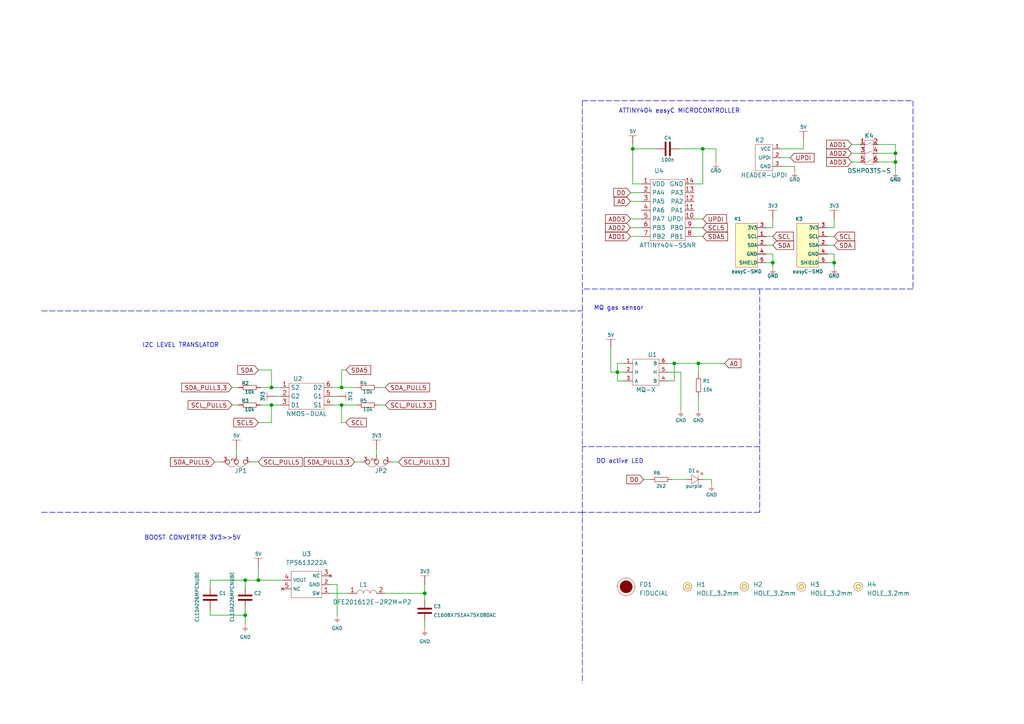
<source format=kicad_sch>
(kicad_sch (version 20211123) (generator eeschema)

  (uuid 82d13a50-9821-40ba-a76e-b4d94ab0a9fe)

  (paper "A4")

  (title_block
    (title "Natural gas, LPG sensor MQ5 breakout with easyC")
    (date "2021-08-26")
    (rev "V1.1.1.")
    (company "SOLDERED")
    (comment 1 "333119")
  )

  (lib_symbols
    (symbol "e-radionica.com schematics:0402LED" (pin_numbers hide) (pin_names (offset 0.254) hide) (in_bom yes) (on_board yes)
      (property "Reference" "D" (id 0) (at -0.635 2.54 0)
        (effects (font (size 1 1)))
      )
      (property "Value" "0402LED" (id 1) (at 0 -2.54 0)
        (effects (font (size 1 1)))
      )
      (property "Footprint" "e-radionica.com footprinti:0402LED" (id 2) (at 0 5.08 0)
        (effects (font (size 1 1)) hide)
      )
      (property "Datasheet" "" (id 3) (at 0 0 0)
        (effects (font (size 1 1)) hide)
      )
      (property "Package" "0402" (id 4) (at 0 0 0)
        (effects (font (size 1.27 1.27)) hide)
      )
      (symbol "0402LED_0_1"
        (polyline
          (pts
            (xy -0.635 1.27)
            (xy 1.27 0)
          )
          (stroke (width 0.0006) (type default) (color 0 0 0 0))
          (fill (type none))
        )
        (polyline
          (pts
            (xy 0.635 1.905)
            (xy 1.27 2.54)
          )
          (stroke (width 0.0006) (type default) (color 0 0 0 0))
          (fill (type none))
        )
        (polyline
          (pts
            (xy 1.27 1.27)
            (xy 1.27 -1.27)
          )
          (stroke (width 0.0006) (type default) (color 0 0 0 0))
          (fill (type none))
        )
        (polyline
          (pts
            (xy 1.905 1.27)
            (xy 2.54 1.905)
          )
          (stroke (width 0.0006) (type default) (color 0 0 0 0))
          (fill (type none))
        )
        (polyline
          (pts
            (xy -0.635 1.27)
            (xy -0.635 -1.27)
            (xy 1.27 0)
          )
          (stroke (width 0.0006) (type default) (color 0 0 0 0))
          (fill (type none))
        )
        (polyline
          (pts
            (xy 1.27 2.54)
            (xy 0.635 2.54)
            (xy 1.27 1.905)
            (xy 1.27 2.54)
          )
          (stroke (width 0.0006) (type default) (color 0 0 0 0))
          (fill (type none))
        )
        (polyline
          (pts
            (xy 2.54 1.905)
            (xy 1.905 1.905)
            (xy 2.54 1.27)
            (xy 2.54 1.905)
          )
          (stroke (width 0.0006) (type default) (color 0 0 0 0))
          (fill (type none))
        )
      )
      (symbol "0402LED_1_1"
        (pin passive line (at -1.905 0 0) (length 1.27)
          (name "A" (effects (font (size 1.27 1.27))))
          (number "1" (effects (font (size 1.27 1.27))))
        )
        (pin passive line (at 2.54 0 180) (length 1.27)
          (name "K" (effects (font (size 1.27 1.27))))
          (number "2" (effects (font (size 1.27 1.27))))
        )
      )
    )
    (symbol "e-radionica.com schematics:0402R" (pin_numbers hide) (pin_names (offset 0.254)) (in_bom yes) (on_board yes)
      (property "Reference" "R" (id 0) (at -1.905 1.27 0)
        (effects (font (size 1 1)))
      )
      (property "Value" "0402R" (id 1) (at 0 -1.27 0)
        (effects (font (size 1 1)))
      )
      (property "Footprint" "e-radionica.com footprinti:0402R" (id 2) (at -2.54 1.905 0)
        (effects (font (size 1 1)) hide)
      )
      (property "Datasheet" "" (id 3) (at -2.54 1.905 0)
        (effects (font (size 1 1)) hide)
      )
      (symbol "0402R_0_1"
        (rectangle (start -1.905 -0.635) (end 1.905 -0.6604)
          (stroke (width 0.1) (type default) (color 0 0 0 0))
          (fill (type none))
        )
        (rectangle (start -1.905 0.635) (end -1.8796 -0.635)
          (stroke (width 0.1) (type default) (color 0 0 0 0))
          (fill (type none))
        )
        (rectangle (start -1.905 0.635) (end 1.905 0.6096)
          (stroke (width 0.1) (type default) (color 0 0 0 0))
          (fill (type none))
        )
        (rectangle (start 1.905 0.635) (end 1.9304 -0.635)
          (stroke (width 0.1) (type default) (color 0 0 0 0))
          (fill (type none))
        )
      )
      (symbol "0402R_1_1"
        (pin passive line (at -3.175 0 0) (length 1.27)
          (name "~" (effects (font (size 1.27 1.27))))
          (number "1" (effects (font (size 1.27 1.27))))
        )
        (pin passive line (at 3.175 0 180) (length 1.27)
          (name "~" (effects (font (size 1.27 1.27))))
          (number "2" (effects (font (size 1.27 1.27))))
        )
      )
    )
    (symbol "e-radionica.com schematics:0603C" (pin_numbers hide) (pin_names (offset 0.002)) (in_bom yes) (on_board yes)
      (property "Reference" "C" (id 0) (at -0.635 3.175 0)
        (effects (font (size 1 1)))
      )
      (property "Value" "0603C" (id 1) (at 0 -3.175 0)
        (effects (font (size 1 1)))
      )
      (property "Footprint" "e-radionica.com footprinti:0603C" (id 2) (at 0 0 0)
        (effects (font (size 1 1)) hide)
      )
      (property "Datasheet" "" (id 3) (at 0 0 0)
        (effects (font (size 1 1)) hide)
      )
      (symbol "0603C_0_1"
        (polyline
          (pts
            (xy -0.635 1.905)
            (xy -0.635 -1.905)
          )
          (stroke (width 0.5) (type default) (color 0 0 0 0))
          (fill (type none))
        )
        (polyline
          (pts
            (xy 0.635 1.905)
            (xy 0.635 -1.905)
          )
          (stroke (width 0.5) (type default) (color 0 0 0 0))
          (fill (type none))
        )
      )
      (symbol "0603C_1_1"
        (pin passive line (at -3.175 0 0) (length 2.54)
          (name "~" (effects (font (size 1.27 1.27))))
          (number "1" (effects (font (size 1.27 1.27))))
        )
        (pin passive line (at 3.175 0 180) (length 2.54)
          (name "~" (effects (font (size 1.27 1.27))))
          (number "2" (effects (font (size 1.27 1.27))))
        )
      )
    )
    (symbol "e-radionica.com schematics:0603R" (pin_numbers hide) (pin_names (offset 0.254)) (in_bom yes) (on_board yes)
      (property "Reference" "R" (id 0) (at -1.905 1.905 0)
        (effects (font (size 1 1)))
      )
      (property "Value" "0603R" (id 1) (at 0 -1.905 0)
        (effects (font (size 1 1)))
      )
      (property "Footprint" "e-radionica.com footprinti:0603R" (id 2) (at -0.635 1.905 0)
        (effects (font (size 1 1)) hide)
      )
      (property "Datasheet" "" (id 3) (at -0.635 1.905 0)
        (effects (font (size 1 1)) hide)
      )
      (symbol "0603R_0_1"
        (rectangle (start -1.905 -0.635) (end 1.905 -0.6604)
          (stroke (width 0.1) (type default) (color 0 0 0 0))
          (fill (type none))
        )
        (rectangle (start -1.905 0.635) (end -1.8796 -0.635)
          (stroke (width 0.1) (type default) (color 0 0 0 0))
          (fill (type none))
        )
        (rectangle (start -1.905 0.635) (end 1.905 0.6096)
          (stroke (width 0.1) (type default) (color 0 0 0 0))
          (fill (type none))
        )
        (rectangle (start 1.905 0.635) (end 1.9304 -0.635)
          (stroke (width 0.1) (type default) (color 0 0 0 0))
          (fill (type none))
        )
      )
      (symbol "0603R_1_1"
        (pin passive line (at -3.175 0 0) (length 1.27)
          (name "~" (effects (font (size 1.27 1.27))))
          (number "1" (effects (font (size 1.27 1.27))))
        )
        (pin passive line (at 3.175 0 180) (length 1.27)
          (name "~" (effects (font (size 1.27 1.27))))
          (number "2" (effects (font (size 1.27 1.27))))
        )
      )
    )
    (symbol "e-radionica.com schematics:0805C" (pin_numbers hide) (in_bom yes) (on_board yes)
      (property "Reference" "C" (id 0) (at -0.635 3.175 0)
        (effects (font (size 1 1)))
      )
      (property "Value" "0805C" (id 1) (at 0 -3.175 0)
        (effects (font (size 1 1)))
      )
      (property "Footprint" "e-radionica.com footprinti:0805C" (id 2) (at 0 0 0)
        (effects (font (size 1 1)) hide)
      )
      (property "Datasheet" "" (id 3) (at 0 0 0)
        (effects (font (size 1 1)) hide)
      )
      (symbol "0805C_0_1"
        (polyline
          (pts
            (xy -0.635 1.905)
            (xy -0.635 -1.905)
          )
          (stroke (width 0.5) (type default) (color 0 0 0 0))
          (fill (type none))
        )
        (polyline
          (pts
            (xy 0.635 1.905)
            (xy 0.635 -1.905)
          )
          (stroke (width 0.5) (type default) (color 0 0 0 0))
          (fill (type none))
        )
      )
      (symbol "0805C_1_1"
        (pin passive line (at -3.175 0 0) (length 2.54)
          (name "~" (effects (font (size 1.27 1.27))))
          (number "1" (effects (font (size 1.27 1.27))))
        )
        (pin passive line (at 3.175 0 180) (length 2.54)
          (name "~" (effects (font (size 1.27 1.27))))
          (number "2" (effects (font (size 1.27 1.27))))
        )
      )
    )
    (symbol "e-radionica.com schematics:0806L" (in_bom yes) (on_board yes)
      (property "Reference" "L" (id 0) (at 0 1.905 0)
        (effects (font (size 1.27 1.27)))
      )
      (property "Value" "0806L" (id 1) (at 0 -1.27 0)
        (effects (font (size 1.27 1.27)))
      )
      (property "Footprint" "e-radionica.com footprinti:0806L" (id 2) (at 0 -2.54 0)
        (effects (font (size 1.27 1.27)) hide)
      )
      (property "Datasheet" "" (id 3) (at 0 -1.27 0)
        (effects (font (size 1.27 1.27)) hide)
      )
      (symbol "0806L_0_1"
        (arc (start -1.27 0) (mid -2.2225 0.9388) (end -3.175 0)
          (stroke (width 0.0006) (type default) (color 0 0 0 0))
          (fill (type none))
        )
        (arc (start 0.635 0) (mid -0.3175 0.9388) (end -1.27 0)
          (stroke (width 0.0006) (type default) (color 0 0 0 0))
          (fill (type none))
        )
        (arc (start 2.54 0) (mid 1.5875 0.9388) (end 0.635 0)
          (stroke (width 0.0006) (type default) (color 0 0 0 0))
          (fill (type none))
        )
      )
      (symbol "0806L_1_1"
        (pin passive line (at -5.715 0 0) (length 2.54)
          (name "" (effects (font (size 1.27 1.27))))
          (number "1" (effects (font (size 1.27 1.27))))
        )
        (pin passive line (at 5.08 0 180) (length 2.54)
          (name "" (effects (font (size 1.27 1.27))))
          (number "2" (effects (font (size 1.27 1.27))))
        )
      )
    )
    (symbol "e-radionica.com schematics:3V3" (power) (pin_names (offset 0)) (in_bom yes) (on_board yes)
      (property "Reference" "#PWR" (id 0) (at 4.445 0 0)
        (effects (font (size 1 1)) hide)
      )
      (property "Value" "3V3" (id 1) (at 0 3.556 0)
        (effects (font (size 1 1)))
      )
      (property "Footprint" "" (id 2) (at 4.445 3.81 0)
        (effects (font (size 1 1)) hide)
      )
      (property "Datasheet" "" (id 3) (at 4.445 3.81 0)
        (effects (font (size 1 1)) hide)
      )
      (property "ki_keywords" "power-flag" (id 4) (at 0 0 0)
        (effects (font (size 1.27 1.27)) hide)
      )
      (property "ki_description" "Power symbol creates a global label with name \"+3V3\"" (id 5) (at 0 0 0)
        (effects (font (size 1.27 1.27)) hide)
      )
      (symbol "3V3_0_1"
        (polyline
          (pts
            (xy -1.27 2.54)
            (xy 1.27 2.54)
          )
          (stroke (width 0.0006) (type default) (color 0 0 0 0))
          (fill (type none))
        )
        (polyline
          (pts
            (xy 0 0)
            (xy 0 2.54)
          )
          (stroke (width 0) (type default) (color 0 0 0 0))
          (fill (type none))
        )
      )
      (symbol "3V3_1_1"
        (pin power_in line (at 0 0 90) (length 0) hide
          (name "3V3" (effects (font (size 1.27 1.27))))
          (number "1" (effects (font (size 1.27 1.27))))
        )
      )
    )
    (symbol "e-radionica.com schematics:5V" (power) (pin_names (offset 0)) (in_bom yes) (on_board yes)
      (property "Reference" "#PWR" (id 0) (at 4.445 0 0)
        (effects (font (size 1 1)) hide)
      )
      (property "Value" "5V" (id 1) (at 0 3.556 0)
        (effects (font (size 1 1)))
      )
      (property "Footprint" "" (id 2) (at 4.445 3.81 0)
        (effects (font (size 1 1)) hide)
      )
      (property "Datasheet" "" (id 3) (at 4.445 3.81 0)
        (effects (font (size 1 1)) hide)
      )
      (property "ki_keywords" "power-flag" (id 4) (at 0 0 0)
        (effects (font (size 1.27 1.27)) hide)
      )
      (property "ki_description" "Power symbol creates a global label with name \"+3V3\"" (id 5) (at 0 0 0)
        (effects (font (size 1.27 1.27)) hide)
      )
      (symbol "5V_0_1"
        (polyline
          (pts
            (xy -1.27 2.54)
            (xy 1.27 2.54)
          )
          (stroke (width 0.0006) (type default) (color 0 0 0 0))
          (fill (type none))
        )
        (polyline
          (pts
            (xy 0 0)
            (xy 0 2.54)
          )
          (stroke (width 0) (type default) (color 0 0 0 0))
          (fill (type none))
        )
      )
      (symbol "5V_1_1"
        (pin power_in line (at 0 0 90) (length 0) hide
          (name "5V" (effects (font (size 1.27 1.27))))
          (number "1" (effects (font (size 1.27 1.27))))
        )
      )
    )
    (symbol "e-radionica.com schematics:ATTINY404-SSNR" (in_bom yes) (on_board yes)
      (property "Reference" "U" (id 0) (at -5.08 10.16 0)
        (effects (font (size 1.27 1.27)))
      )
      (property "Value" "ATTINY404-SSNR" (id 1) (at 0 -10.16 0)
        (effects (font (size 1.27 1.27)))
      )
      (property "Footprint" "e-radionica.com footprinti:SOIC-14" (id 2) (at 0 -11.43 0)
        (effects (font (size 1.27 1.27)) hide)
      )
      (property "Datasheet" "" (id 3) (at 0 -2.54 0)
        (effects (font (size 1.27 1.27)) hide)
      )
      (symbol "ATTINY404-SSNR_0_1"
        (rectangle (start -5.08 8.89) (end 5.08 -8.89)
          (stroke (width 0.0006) (type default) (color 0 0 0 0))
          (fill (type none))
        )
      )
      (symbol "ATTINY404-SSNR_1_1"
        (pin power_in line (at -7.62 7.62 0) (length 2.54)
          (name "VDD" (effects (font (size 1.27 1.27))))
          (number "1" (effects (font (size 1.27 1.27))))
        )
        (pin bidirectional line (at 7.62 -2.54 180) (length 2.54)
          (name "UPDI" (effects (font (size 1.27 1.27))))
          (number "10" (effects (font (size 1.27 1.27))))
        )
        (pin bidirectional line (at 7.62 0 180) (length 2.54)
          (name "PA1" (effects (font (size 1.27 1.27))))
          (number "11" (effects (font (size 1.27 1.27))))
        )
        (pin bidirectional line (at 7.62 2.54 180) (length 2.54)
          (name "PA2" (effects (font (size 1.27 1.27))))
          (number "12" (effects (font (size 1.27 1.27))))
        )
        (pin bidirectional line (at 7.62 5.08 180) (length 2.54)
          (name "PA3" (effects (font (size 1.27 1.27))))
          (number "13" (effects (font (size 1.27 1.27))))
        )
        (pin power_in line (at 7.62 7.62 180) (length 2.54)
          (name "GND" (effects (font (size 1.27 1.27))))
          (number "14" (effects (font (size 1.27 1.27))))
        )
        (pin bidirectional line (at -7.62 5.08 0) (length 2.54)
          (name "PA4" (effects (font (size 1.27 1.27))))
          (number "2" (effects (font (size 1.27 1.27))))
        )
        (pin bidirectional line (at -7.62 2.54 0) (length 2.54)
          (name "PA5" (effects (font (size 1.27 1.27))))
          (number "3" (effects (font (size 1.27 1.27))))
        )
        (pin bidirectional line (at -7.62 0 0) (length 2.54)
          (name "PA6" (effects (font (size 1.27 1.27))))
          (number "4" (effects (font (size 1.27 1.27))))
        )
        (pin bidirectional line (at -7.62 -2.54 0) (length 2.54)
          (name "PA7" (effects (font (size 1.27 1.27))))
          (number "5" (effects (font (size 1.27 1.27))))
        )
        (pin bidirectional line (at -7.62 -5.08 0) (length 2.54)
          (name "PB3" (effects (font (size 1.27 1.27))))
          (number "6" (effects (font (size 1.27 1.27))))
        )
        (pin bidirectional line (at -7.62 -7.62 0) (length 2.54)
          (name "PB2" (effects (font (size 1.27 1.27))))
          (number "7" (effects (font (size 1.27 1.27))))
        )
        (pin bidirectional line (at 7.62 -7.62 180) (length 2.54)
          (name "PB1" (effects (font (size 1.27 1.27))))
          (number "8" (effects (font (size 1.27 1.27))))
        )
        (pin bidirectional line (at 7.62 -5.08 180) (length 2.54)
          (name "PB0" (effects (font (size 1.27 1.27))))
          (number "9" (effects (font (size 1.27 1.27))))
        )
      )
    )
    (symbol "e-radionica.com schematics:DSHP03TS-S" (in_bom yes) (on_board yes)
      (property "Reference" "K" (id 0) (at 0 5.08 0)
        (effects (font (size 1.27 1.27)))
      )
      (property "Value" "DSHP03TS-S" (id 1) (at 0 -5.08 0)
        (effects (font (size 1.27 1.27)))
      )
      (property "Footprint" "e-radionica.com footprinti:DSHP03TS-S" (id 2) (at -1.27 -7.62 0)
        (effects (font (size 1.27 1.27)) hide)
      )
      (property "Datasheet" "" (id 3) (at 0 0 0)
        (effects (font (size 1.27 1.27)) hide)
      )
      (property "ki_keywords" "DIP SW SWITCH " (id 4) (at 0 0 0)
        (effects (font (size 1.27 1.27)) hide)
      )
      (symbol "DSHP03TS-S_0_1"
        (rectangle (start -1.27 3.81) (end 1.27 -3.175)
          (stroke (width 0.0006) (type default) (color 0 0 0 0))
          (fill (type none))
        )
        (polyline
          (pts
            (xy 1.27 -2.54)
            (xy 0.635 -2.54)
          )
          (stroke (width 0.0006) (type default) (color 0 0 0 0))
          (fill (type none))
        )
        (polyline
          (pts
            (xy 1.27 0)
            (xy 0.635 0)
          )
          (stroke (width 0.0006) (type default) (color 0 0 0 0))
          (fill (type none))
        )
        (polyline
          (pts
            (xy 1.27 2.54)
            (xy 0.635 2.54)
          )
          (stroke (width 0.0006) (type default) (color 0 0 0 0))
          (fill (type none))
        )
        (polyline
          (pts
            (xy -1.27 -2.54)
            (xy -0.635 -2.54)
            (xy 0.635 -1.905)
          )
          (stroke (width 0.0006) (type default) (color 0 0 0 0))
          (fill (type none))
        )
        (polyline
          (pts
            (xy -1.27 0)
            (xy -0.635 0)
            (xy 0.635 0.635)
          )
          (stroke (width 0.0006) (type default) (color 0 0 0 0))
          (fill (type none))
        )
        (polyline
          (pts
            (xy -1.27 2.54)
            (xy -0.635 2.54)
            (xy 0.635 3.175)
          )
          (stroke (width 0.0006) (type default) (color 0 0 0 0))
          (fill (type none))
        )
      )
      (symbol "DSHP03TS-S_1_1"
        (pin bidirectional line (at -2.54 2.54 0) (length 1.27)
          (name "~" (effects (font (size 1.27 1.27))))
          (number "1" (effects (font (size 1.27 1.27))))
        )
        (pin bidirectional line (at 2.54 2.54 180) (length 1.27)
          (name "~" (effects (font (size 1.27 1.27))))
          (number "2" (effects (font (size 1.27 1.27))))
        )
        (pin bidirectional line (at -2.54 0 0) (length 1.27)
          (name "~" (effects (font (size 1.27 1.27))))
          (number "3" (effects (font (size 1.27 1.27))))
        )
        (pin bidirectional line (at 2.54 0 180) (length 1.27)
          (name "~" (effects (font (size 1.27 1.27))))
          (number "4" (effects (font (size 1.27 1.27))))
        )
        (pin bidirectional line (at -2.54 -2.54 0) (length 1.27)
          (name "~" (effects (font (size 1.27 1.27))))
          (number "5" (effects (font (size 1.27 1.27))))
        )
        (pin bidirectional line (at 2.54 -2.54 180) (length 1.27)
          (name "~" (effects (font (size 1.27 1.27))))
          (number "6" (effects (font (size 1.27 1.27))))
        )
      )
    )
    (symbol "e-radionica.com schematics:FIDUCIAL" (in_bom no) (on_board yes)
      (property "Reference" "FD" (id 0) (at 0 3.81 0)
        (effects (font (size 1.27 1.27)))
      )
      (property "Value" "FIDUCIAL" (id 1) (at 0 -3.81 0)
        (effects (font (size 1.27 1.27)))
      )
      (property "Footprint" "e-radionica.com footprinti:FIDUCIAL_23" (id 2) (at 0.254 -5.334 0)
        (effects (font (size 1.27 1.27)) hide)
      )
      (property "Datasheet" "" (id 3) (at 0 0 0)
        (effects (font (size 1.27 1.27)) hide)
      )
      (symbol "FIDUCIAL_0_1"
        (polyline
          (pts
            (xy -2.54 0)
            (xy -2.794 0)
          )
          (stroke (width 0.0006) (type default) (color 0 0 0 0))
          (fill (type none))
        )
        (polyline
          (pts
            (xy 0 -2.54)
            (xy 0 -2.794)
          )
          (stroke (width 0.0006) (type default) (color 0 0 0 0))
          (fill (type none))
        )
        (polyline
          (pts
            (xy 0 2.54)
            (xy 0 2.794)
          )
          (stroke (width 0.0006) (type default) (color 0 0 0 0))
          (fill (type none))
        )
        (polyline
          (pts
            (xy 2.54 0)
            (xy 2.794 0)
          )
          (stroke (width 0.0006) (type default) (color 0 0 0 0))
          (fill (type none))
        )
        (circle (center 0 0) (radius 1.7961)
          (stroke (width 0.001) (type default) (color 0 0 0 0))
          (fill (type outline))
        )
        (circle (center 0 0) (radius 2.54)
          (stroke (width 0.0006) (type default) (color 0 0 0 0))
          (fill (type none))
        )
      )
    )
    (symbol "e-radionica.com schematics:GND" (power) (pin_names (offset 0)) (in_bom yes) (on_board yes)
      (property "Reference" "#PWR" (id 0) (at 4.445 0 0)
        (effects (font (size 1 1)) hide)
      )
      (property "Value" "GND" (id 1) (at 0 -2.921 0)
        (effects (font (size 1 1)))
      )
      (property "Footprint" "" (id 2) (at 4.445 3.81 0)
        (effects (font (size 1 1)) hide)
      )
      (property "Datasheet" "" (id 3) (at 4.445 3.81 0)
        (effects (font (size 1 1)) hide)
      )
      (property "ki_keywords" "power-flag" (id 4) (at 0 0 0)
        (effects (font (size 1.27 1.27)) hide)
      )
      (property "ki_description" "Power symbol creates a global label with name \"GND\"" (id 5) (at 0 0 0)
        (effects (font (size 1.27 1.27)) hide)
      )
      (symbol "GND_0_1"
        (polyline
          (pts
            (xy -0.762 -1.27)
            (xy 0.762 -1.27)
          )
          (stroke (width 0.0006) (type default) (color 0 0 0 0))
          (fill (type none))
        )
        (polyline
          (pts
            (xy -0.635 -1.524)
            (xy 0.635 -1.524)
          )
          (stroke (width 0.0006) (type default) (color 0 0 0 0))
          (fill (type none))
        )
        (polyline
          (pts
            (xy -0.381 -1.778)
            (xy 0.381 -1.778)
          )
          (stroke (width 0.0006) (type default) (color 0 0 0 0))
          (fill (type none))
        )
        (polyline
          (pts
            (xy -0.127 -2.032)
            (xy 0.127 -2.032)
          )
          (stroke (width 0.0006) (type default) (color 0 0 0 0))
          (fill (type none))
        )
        (polyline
          (pts
            (xy 0 0)
            (xy 0 -1.27)
          )
          (stroke (width 0.0006) (type default) (color 0 0 0 0))
          (fill (type none))
        )
      )
      (symbol "GND_1_1"
        (pin power_in line (at 0 0 270) (length 0) hide
          (name "GND" (effects (font (size 1.27 1.27))))
          (number "1" (effects (font (size 1.27 1.27))))
        )
      )
    )
    (symbol "e-radionica.com schematics:HEADER-UPDI" (in_bom yes) (on_board yes)
      (property "Reference" "K" (id 0) (at -1.27 5.08 0)
        (effects (font (size 1.27 1.27)))
      )
      (property "Value" "HEADER-UPDI" (id 1) (at 0 -5.08 0)
        (effects (font (size 1.27 1.27)))
      )
      (property "Footprint" "e-radionica.com footprinti:HEADER-UPDI" (id 2) (at 2.54 -7.62 0)
        (effects (font (size 1.27 1.27)) hide)
      )
      (property "Datasheet" "" (id 3) (at 2.54 0 0)
        (effects (font (size 1.27 1.27)) hide)
      )
      (symbol "HEADER-UPDI_0_1"
        (rectangle (start -2.54 3.81) (end 2.54 -3.81)
          (stroke (width 0.0006) (type default) (color 0 0 0 0))
          (fill (type none))
        )
      )
      (symbol "HEADER-UPDI_1_1"
        (pin power_in line (at 5.08 2.54 180) (length 2.54)
          (name "VCC" (effects (font (size 1 1))))
          (number "1" (effects (font (size 1 1))))
        )
        (pin bidirectional line (at 5.08 0 180) (length 2.54)
          (name "UPDI" (effects (font (size 1 1))))
          (number "2" (effects (font (size 1 1))))
        )
        (pin power_in line (at 5.08 -2.54 180) (length 2.54)
          (name "GND" (effects (font (size 1 1))))
          (number "3" (effects (font (size 1 1))))
        )
      )
    )
    (symbol "e-radionica.com schematics:HOLE_3.2mm" (pin_numbers hide) (pin_names hide) (in_bom yes) (on_board yes)
      (property "Reference" "H" (id 0) (at 0 2.54 0)
        (effects (font (size 1.27 1.27)))
      )
      (property "Value" "HOLE_3.2mm" (id 1) (at 0 -2.54 0)
        (effects (font (size 1.27 1.27)))
      )
      (property "Footprint" "e-radionica.com footprinti:HOLE_3.2mm" (id 2) (at 0 0 0)
        (effects (font (size 1.27 1.27)) hide)
      )
      (property "Datasheet" "" (id 3) (at 0 0 0)
        (effects (font (size 1.27 1.27)) hide)
      )
      (symbol "HOLE_3.2mm_0_1"
        (circle (center 0 0) (radius 0.635)
          (stroke (width 0.0006) (type default) (color 0 0 0 0))
          (fill (type none))
        )
        (circle (center 0 0) (radius 1.27)
          (stroke (width 0.001) (type default) (color 0 0 0 0))
          (fill (type background))
        )
      )
    )
    (symbol "e-radionica.com schematics:MQ" (in_bom yes) (on_board yes)
      (property "Reference" "U" (id 0) (at 0 5.08 0)
        (effects (font (size 1.27 1.27)))
      )
      (property "Value" "MQ" (id 1) (at 0 -5.08 0)
        (effects (font (size 1.27 1.27)))
      )
      (property "Footprint" "e-radionica.com footprinti:MQ" (id 2) (at 2.286 0 0)
        (effects (font (size 1.27 1.27)) hide)
      )
      (property "Datasheet" "" (id 3) (at 2.286 0 0)
        (effects (font (size 1.27 1.27)) hide)
      )
      (symbol "MQ_0_1"
        (rectangle (start -3.81 3.81) (end 3.81 -3.81)
          (stroke (width 0.0006) (type default) (color 0 0 0 0))
          (fill (type none))
        )
      )
      (symbol "MQ_1_1"
        (pin input line (at -6.35 2.54 0) (length 2.54)
          (name "A" (effects (font (size 1 1))))
          (number "1" (effects (font (size 1 1))))
        )
        (pin input line (at -6.35 0 0) (length 2.54)
          (name "H" (effects (font (size 1 1))))
          (number "2" (effects (font (size 1 1))))
        )
        (pin input line (at -6.35 -2.54 0) (length 2.54)
          (name "A" (effects (font (size 1 1))))
          (number "3" (effects (font (size 1 1))))
        )
        (pin input line (at 6.35 -2.54 180) (length 2.54)
          (name "B" (effects (font (size 1 1))))
          (number "4" (effects (font (size 1 1))))
        )
        (pin input line (at 6.35 0 180) (length 2.54)
          (name "H" (effects (font (size 1 1))))
          (number "5" (effects (font (size 1 1))))
        )
        (pin input line (at 6.35 2.54 180) (length 2.54)
          (name "B" (effects (font (size 1 1))))
          (number "6" (effects (font (size 1 1))))
        )
      )
    )
    (symbol "e-radionica.com schematics:NMOS-DUAL" (in_bom yes) (on_board yes)
      (property "Reference" "U" (id 0) (at -3.81 5.08 0)
        (effects (font (size 1.27 1.27)))
      )
      (property "Value" "NMOS-DUAL" (id 1) (at 0 -5.08 0)
        (effects (font (size 1.27 1.27)))
      )
      (property "Footprint" "e-radionica.com footprinti:SOT-363" (id 2) (at 0 -7.62 0)
        (effects (font (size 1.27 1.27)) hide)
      )
      (property "Datasheet" "" (id 3) (at 0 -2.54 0)
        (effects (font (size 1.27 1.27)) hide)
      )
      (symbol "NMOS-DUAL_0_1"
        (rectangle (start -5.08 3.81) (end 5.08 -3.81)
          (stroke (width 0.0006) (type default) (color 0 0 0 0))
          (fill (type none))
        )
      )
      (symbol "NMOS-DUAL_1_1"
        (pin input line (at -7.62 2.54 0) (length 2.54)
          (name "S2" (effects (font (size 1.27 1.27))))
          (number "1" (effects (font (size 1.27 1.27))))
        )
        (pin input line (at -7.62 0 0) (length 2.54)
          (name "G2" (effects (font (size 1.27 1.27))))
          (number "2" (effects (font (size 1.27 1.27))))
        )
        (pin input line (at -7.62 -2.54 0) (length 2.54)
          (name "D1" (effects (font (size 1.27 1.27))))
          (number "3" (effects (font (size 1.27 1.27))))
        )
        (pin input line (at 7.62 -2.54 180) (length 2.54)
          (name "S1" (effects (font (size 1.27 1.27))))
          (number "4" (effects (font (size 1.27 1.27))))
        )
        (pin input line (at 7.62 0 180) (length 2.54)
          (name "G1" (effects (font (size 1.27 1.27))))
          (number "5" (effects (font (size 1.27 1.27))))
        )
        (pin input line (at 7.62 2.54 180) (length 2.54)
          (name "D2" (effects (font (size 1.27 1.27))))
          (number "6" (effects (font (size 1.27 1.27))))
        )
      )
    )
    (symbol "e-radionica.com schematics:SMD_JUMPER_3_PAD_TRACE" (in_bom yes) (on_board yes)
      (property "Reference" "JP" (id 0) (at 0.0254 5.461 0)
        (effects (font (size 1.27 1.27)))
      )
      (property "Value" "SMD_JUMPER_3_PAD_TRACE" (id 1) (at 0.3048 -4.572 0)
        (effects (font (size 1.27 1.27)))
      )
      (property "Footprint" "e-radionica.com footprinti:SMD_JUMPER_3_PAD_TRACE" (id 2) (at 0 -1.27 0)
        (effects (font (size 1.27 1.27)) hide)
      )
      (property "Datasheet" "" (id 3) (at 0 0 0)
        (effects (font (size 1.27 1.27)) hide)
      )
      (symbol "SMD_JUMPER_3_PAD_TRACE_0_1"
        (arc (start 0 0.5842) (mid -1.2996 1.4721) (end -2.6162 0.6096)
          (stroke (width 0.0006) (type default) (color 0 0 0 0))
          (fill (type none))
        )
        (arc (start 2.5908 0.6604) (mid 1.2796 1.4379) (end 0 0.6096)
          (stroke (width 0.0006) (type default) (color 0 0 0 0))
          (fill (type none))
        )
      )
      (symbol "SMD_JUMPER_3_PAD_TRACE_1_1"
        (pin passive inverted (at -4.5212 -0.0254 0) (length 2.54)
          (name "" (effects (font (size 1 1))))
          (number "1" (effects (font (size 1 1))))
        )
        (pin passive inverted (at 0.0254 -1.9304 90) (length 2.54)
          (name "" (effects (font (size 1 1))))
          (number "2" (effects (font (size 1 1))))
        )
        (pin passive inverted (at 4.4704 0 180) (length 2.54)
          (name "" (effects (font (size 1 1))))
          (number "3" (effects (font (size 1 1))))
        )
      )
    )
    (symbol "e-radionica.com schematics:TPS613222A" (in_bom yes) (on_board yes)
      (property "Reference" "U" (id 0) (at 0 5.08 0)
        (effects (font (size 1.27 1.27)))
      )
      (property "Value" "TPS613222A" (id 1) (at 0 -5.08 0)
        (effects (font (size 1.27 1.27)))
      )
      (property "Footprint" "e-radionica.com footprinti:tps613222a" (id 2) (at -0.635 0 0)
        (effects (font (size 1.27 1.27)) hide)
      )
      (property "Datasheet" "" (id 3) (at -0.635 0 0)
        (effects (font (size 1.27 1.27)) hide)
      )
      (symbol "TPS613222A_0_1"
        (rectangle (start -4.445 3.81) (end 4.445 -3.81)
          (stroke (width 0.0006) (type default) (color 0 0 0 0))
          (fill (type none))
        )
      )
      (symbol "TPS613222A_1_1"
        (pin passive line (at 6.985 -2.54 180) (length 2.54)
          (name "SW" (effects (font (size 1 1))))
          (number "1" (effects (font (size 1.27 1.27))))
        )
        (pin passive line (at 6.985 0 180) (length 2.54)
          (name "GND" (effects (font (size 1 1))))
          (number "2" (effects (font (size 1 1))))
        )
        (pin no_connect line (at 6.985 2.54 180) (length 2.54)
          (name "NC" (effects (font (size 1 1))))
          (number "3" (effects (font (size 1.27 1.27))))
        )
        (pin passive line (at -6.985 1.27 0) (length 2.54)
          (name "VOUT" (effects (font (size 1 1))))
          (number "4" (effects (font (size 1.27 1.27))))
        )
        (pin no_connect line (at -6.985 -1.27 0) (length 2.54)
          (name "NC" (effects (font (size 1 1))))
          (number "5" (effects (font (size 1.27 1.27))))
        )
      )
    )
    (symbol "e-radionica.com schematics:easyC-SMD" (pin_names (offset 0.002)) (in_bom yes) (on_board yes)
      (property "Reference" "K" (id 0) (at -2.54 10.16 0)
        (effects (font (size 1 1)))
      )
      (property "Value" "easyC-SMD" (id 1) (at 0 -5.08 0)
        (effects (font (size 1 1)))
      )
      (property "Footprint" "e-radionica.com footprinti:easyC-connector" (id 2) (at 3.175 2.54 0)
        (effects (font (size 1 1)) hide)
      )
      (property "Datasheet" "" (id 3) (at 3.175 2.54 0)
        (effects (font (size 1 1)) hide)
      )
      (symbol "easyC-SMD_0_1"
        (rectangle (start -3.175 8.89) (end 3.175 -3.81)
          (stroke (width 0.001) (type default) (color 0 0 0 0))
          (fill (type background))
        )
      )
      (symbol "easyC-SMD_1_1"
        (pin passive line (at 5.715 5.08 180) (length 2.54)
          (name "SCL" (effects (font (size 1 1))))
          (number "1" (effects (font (size 1 1))))
        )
        (pin passive line (at 5.715 2.54 180) (length 2.54)
          (name "SDA" (effects (font (size 1 1))))
          (number "2" (effects (font (size 1 1))))
        )
        (pin passive line (at 5.715 7.62 180) (length 2.54)
          (name "3V3" (effects (font (size 1 1))))
          (number "3" (effects (font (size 1 1))))
        )
        (pin passive line (at 5.715 0 180) (length 2.54)
          (name "GND" (effects (font (size 1 1))))
          (number "4" (effects (font (size 1 1))))
        )
        (pin passive line (at 5.715 -2.54 180) (length 2.54)
          (name "SHIELD" (effects (font (size 1 1))))
          (number "5" (effects (font (size 1 1))))
        )
      )
    )
  )

  (junction (at 179.07 107.95) (diameter 0.9144) (color 0 0 0 0)
    (uuid 15fe8f3d-6077-4e0e-81d0-8ec3f4538981)
  )
  (junction (at 78.74 117.475) (diameter 0.9144) (color 0 0 0 0)
    (uuid 35a9f71f-ba35-47f6-814e-4106ac36c51e)
  )
  (junction (at 78.74 112.395) (diameter 0.9144) (color 0 0 0 0)
    (uuid 5b34a16c-5a14-4291-8242-ea6d6ac54372)
  )
  (junction (at 71.12 178.435) (diameter 0.9144) (color 0 0 0 0)
    (uuid 6781326c-6e0d-4753-8f28-0f5c687e01f9)
  )
  (junction (at 259.715 46.99) (diameter 0.9144) (color 0 0 0 0)
    (uuid 7a4ce4b3-518a-4819-b8b2-5127b3347c64)
  )
  (junction (at 183.515 43.18) (diameter 0.9144) (color 0 0 0 0)
    (uuid 814763c2-92e5-4a2c-941c-9bbd073f6e87)
  )
  (junction (at 202.565 105.41) (diameter 0.9144) (color 0 0 0 0)
    (uuid 82be7aae-5d06-4178-8c3e-98760c41b054)
  )
  (junction (at 99.06 117.475) (diameter 0.9144) (color 0 0 0 0)
    (uuid 9b3c58a7-a9b9-4498-abc0-f9f43e4f0292)
  )
  (junction (at 241.935 76.2) (diameter 0.9144) (color 0 0 0 0)
    (uuid a6b7df29-bcf8-46a9-b623-7eaac47f5110)
  )
  (junction (at 259.715 44.45) (diameter 0.9144) (color 0 0 0 0)
    (uuid a9b3f6e4-7a6d-4ae8-ad28-3d8458e0ca1a)
  )
  (junction (at 99.06 112.395) (diameter 0.9144) (color 0 0 0 0)
    (uuid c094494a-f6f7-43fc-a007-4951484ddf3a)
  )
  (junction (at 74.93 168.275) (diameter 0.9144) (color 0 0 0 0)
    (uuid c701ee8e-1214-4781-a973-17bef7b6e3eb)
  )
  (junction (at 71.12 168.275) (diameter 0.9144) (color 0 0 0 0)
    (uuid c8029a4c-945d-42ca-871a-dd73ff50a1a3)
  )
  (junction (at 224.155 76.2) (diameter 0.9144) (color 0 0 0 0)
    (uuid d9c6d5d2-0b49-49ba-a970-cd2c32f74c54)
  )
  (junction (at 203.835 43.18) (diameter 0.9144) (color 0 0 0 0)
    (uuid e1535036-5d36-405f-bb86-3819621c4f23)
  )
  (junction (at 123.19 172.085) (diameter 0.9144) (color 0 0 0 0)
    (uuid e40e8cef-4fb0-4fc3-be09-3875b2cc8469)
  )
  (junction (at 195.58 105.41) (diameter 0.9144) (color 0 0 0 0)
    (uuid e65b62be-e01b-4688-a999-1d1be370c4ae)
  )

  (wire (pts (xy 96.52 117.475) (xy 99.06 117.475))
    (stroke (width 0) (type solid) (color 0 0 0 0))
    (uuid 02ff8d5a-2c6d-4fe6-aac7-61e83e041233)
  )
  (wire (pts (xy 247.015 41.91) (xy 249.555 41.91))
    (stroke (width 0) (type solid) (color 0 0 0 0))
    (uuid 0355d112-8dd1-4737-96d1-dc0e3985cf89)
  )
  (wire (pts (xy 193.675 105.41) (xy 195.58 105.41))
    (stroke (width 0) (type solid) (color 0 0 0 0))
    (uuid 0695d603-6507-40ae-b09f-b26ab2bea23a)
  )
  (wire (pts (xy 195.58 105.41) (xy 195.58 110.49))
    (stroke (width 0) (type solid) (color 0 0 0 0))
    (uuid 0695d603-6507-40ae-b09f-b26ab2bea23b)
  )
  (wire (pts (xy 195.58 110.49) (xy 193.675 110.49))
    (stroke (width 0) (type solid) (color 0 0 0 0))
    (uuid 0695d603-6507-40ae-b09f-b26ab2bea23c)
  )
  (wire (pts (xy 179.07 107.95) (xy 179.07 110.49))
    (stroke (width 0) (type solid) (color 0 0 0 0))
    (uuid 06bfb560-c96c-4471-9426-0b2ea7de102f)
  )
  (wire (pts (xy 240.03 76.2) (xy 241.935 76.2))
    (stroke (width 0) (type solid) (color 0 0 0 0))
    (uuid 09dfb37a-f4c7-4f07-a943-4d4319bc2c00)
  )
  (wire (pts (xy 224.155 73.66) (xy 224.155 76.2))
    (stroke (width 0) (type solid) (color 0 0 0 0))
    (uuid 14836482-9cb3-4ac1-ae7b-e494aadb2f51)
  )
  (wire (pts (xy 109.855 112.395) (xy 111.76 112.395))
    (stroke (width 0) (type solid) (color 0 0 0 0))
    (uuid 15d208d5-3428-4a4e-872f-4715c4fd3281)
  )
  (wire (pts (xy 113.7412 133.985) (xy 115.57 133.985))
    (stroke (width 0) (type solid) (color 0 0 0 0))
    (uuid 15e9a624-c01f-4674-be10-b95583280c50)
  )
  (wire (pts (xy 74.93 122.555) (xy 78.74 122.555))
    (stroke (width 0) (type solid) (color 0 0 0 0))
    (uuid 16514e74-baa8-4aa9-b0d2-0fefd7a256a4)
  )
  (wire (pts (xy 240.03 73.66) (xy 241.935 73.66))
    (stroke (width 0) (type solid) (color 0 0 0 0))
    (uuid 17bc906a-a6ba-41ef-8b7b-8f1226daef09)
  )
  (wire (pts (xy 60.96 170.18) (xy 60.96 168.275))
    (stroke (width 0) (type solid) (color 0 0 0 0))
    (uuid 19327ae6-7c6f-446d-9c11-379f3144ae30)
  )
  (wire (pts (xy 203.835 53.34) (xy 201.295 53.34))
    (stroke (width 0) (type solid) (color 0 0 0 0))
    (uuid 1bf7c9d4-47ef-430b-8596-f49931723ce9)
  )
  (wire (pts (xy 259.715 44.45) (xy 259.715 46.99))
    (stroke (width 0) (type solid) (color 0 0 0 0))
    (uuid 2476cce4-f817-49ac-8f01-5f10b43a1a75)
  )
  (wire (pts (xy 230.505 48.26) (xy 230.505 49.53))
    (stroke (width 0) (type solid) (color 0 0 0 0))
    (uuid 2cc959cf-7c9c-4ec4-9232-a7070d6a4d8e)
  )
  (wire (pts (xy 186.69 139.065) (xy 188.595 139.065))
    (stroke (width 0) (type solid) (color 0 0 0 0))
    (uuid 30e35ead-c474-4c81-9a42-6c072b87a4cf)
  )
  (wire (pts (xy 109.855 117.475) (xy 111.76 117.475))
    (stroke (width 0) (type solid) (color 0 0 0 0))
    (uuid 30eeed85-beb2-4157-8310-73ed4b6e4d78)
  )
  (polyline (pts (xy 168.91 29.21) (xy 264.795 29.21))
    (stroke (width 0) (type dash) (color 0 0 0 0))
    (uuid 30f6140c-afa7-4934-98d3-6666b5f580a9)
  )

  (wire (pts (xy 78.74 117.475) (xy 81.28 117.475))
    (stroke (width 0) (type solid) (color 0 0 0 0))
    (uuid 32c1f8ad-bc83-403b-90d9-175f56c81853)
  )
  (wire (pts (xy 182.88 68.58) (xy 186.055 68.58))
    (stroke (width 0) (type solid) (color 0 0 0 0))
    (uuid 33d2cd46-39a1-4ed2-b446-a559b873a118)
  )
  (wire (pts (xy 71.12 178.435) (xy 71.12 180.975))
    (stroke (width 0) (type solid) (color 0 0 0 0))
    (uuid 3690fc65-ba08-4832-a390-d63a5abfc446)
  )
  (wire (pts (xy 233.045 43.18) (xy 233.045 40.64))
    (stroke (width 0) (type solid) (color 0 0 0 0))
    (uuid 389bead1-fbd3-4741-a6e0-57f34617d3a3)
  )
  (polyline (pts (xy 12.065 90.17) (xy 168.91 90.17))
    (stroke (width 0) (type dash) (color 0 0 0 0))
    (uuid 393f69bd-613f-4ee0-b258-604d43e87e09)
  )

  (wire (pts (xy 68.5546 132.0546) (xy 68.5546 130.175))
    (stroke (width 0) (type solid) (color 0 0 0 0))
    (uuid 3a29b652-2353-46af-9e2d-482fa4c902c3)
  )
  (wire (pts (xy 202.565 105.41) (xy 210.185 105.41))
    (stroke (width 0) (type solid) (color 0 0 0 0))
    (uuid 3bd68823-eb53-431f-86e5-bbfd4e4423cc)
  )
  (wire (pts (xy 222.25 71.12) (xy 224.155 71.12))
    (stroke (width 0) (type solid) (color 0 0 0 0))
    (uuid 3bd97195-7b9f-4029-97d8-11974224c316)
  )
  (wire (pts (xy 224.155 76.2) (xy 224.155 77.47))
    (stroke (width 0) (type solid) (color 0 0 0 0))
    (uuid 3f3ad478-e6ca-4ba5-8768-846be256ab3d)
  )
  (wire (pts (xy 177.165 100.965) (xy 177.165 107.95))
    (stroke (width 0) (type solid) (color 0 0 0 0))
    (uuid 413b948f-5e0a-42fe-a146-1dc33778fc0f)
  )
  (wire (pts (xy 179.07 107.95) (xy 177.165 107.95))
    (stroke (width 0) (type solid) (color 0 0 0 0))
    (uuid 413b948f-5e0a-42fe-a146-1dc33778fc10)
  )
  (wire (pts (xy 180.975 107.95) (xy 179.07 107.95))
    (stroke (width 0) (type solid) (color 0 0 0 0))
    (uuid 413b948f-5e0a-42fe-a146-1dc33778fc11)
  )
  (wire (pts (xy 222.25 66.04) (xy 224.155 66.04))
    (stroke (width 0) (type solid) (color 0 0 0 0))
    (uuid 423c7e19-cdc2-4ff9-af04-cdde51b70aca)
  )
  (wire (pts (xy 68.5546 130.175) (xy 68.58 130.175))
    (stroke (width 0) (type solid) (color 0 0 0 0))
    (uuid 42f240a7-16f2-440f-9413-eb35ceb80742)
  )
  (wire (pts (xy 254.635 44.45) (xy 259.715 44.45))
    (stroke (width 0) (type solid) (color 0 0 0 0))
    (uuid 4bc7a452-0c65-495b-8fe9-666eca856d06)
  )
  (wire (pts (xy 259.715 46.99) (xy 259.715 49.53))
    (stroke (width 0) (type solid) (color 0 0 0 0))
    (uuid 4e094a57-ec82-47ab-83a6-73666730c323)
  )
  (wire (pts (xy 182.88 63.5) (xy 186.055 63.5))
    (stroke (width 0) (type solid) (color 0 0 0 0))
    (uuid 4eb69e21-90aa-41bc-b2c3-7ec5701101f5)
  )
  (polyline (pts (xy 220.345 129.54) (xy 168.91 129.54))
    (stroke (width 0) (type dash) (color 0 0 0 0))
    (uuid 51f06844-6223-45a8-b103-64444b1a4ce2)
  )

  (wire (pts (xy 99.06 122.555) (xy 99.06 117.475))
    (stroke (width 0) (type solid) (color 0 0 0 0))
    (uuid 54c1427d-355f-474d-9245-7d727c5d178b)
  )
  (polyline (pts (xy 220.345 129.54) (xy 220.345 148.59))
    (stroke (width 0) (type dash) (color 0 0 0 0))
    (uuid 55755e1d-e96b-436f-906c-830260f508f1)
  )

  (wire (pts (xy 179.07 110.49) (xy 180.975 110.49))
    (stroke (width 0) (type solid) (color 0 0 0 0))
    (uuid 55d3962e-c9e0-47e4-88dd-12fe08cdc438)
  )
  (wire (pts (xy 180.975 105.41) (xy 179.07 105.41))
    (stroke (width 0) (type solid) (color 0 0 0 0))
    (uuid 55d3962e-c9e0-47e4-88dd-12fe08cdc439)
  )
  (wire (pts (xy 222.25 76.2) (xy 224.155 76.2))
    (stroke (width 0) (type solid) (color 0 0 0 0))
    (uuid 57b74cc8-0d2e-407e-b7be-3db04af761cf)
  )
  (wire (pts (xy 74.93 107.315) (xy 78.74 107.315))
    (stroke (width 0) (type solid) (color 0 0 0 0))
    (uuid 59b31ca7-caf5-4d9c-bd3e-681f8f54329a)
  )
  (wire (pts (xy 207.645 43.18) (xy 207.645 46.99))
    (stroke (width 0) (type solid) (color 0 0 0 0))
    (uuid 5da8a127-b7be-4043-90db-c4bcd9d990cd)
  )
  (wire (pts (xy 97.79 169.545) (xy 97.79 178.435))
    (stroke (width 0) (type solid) (color 0 0 0 0))
    (uuid 5eeea421-c7af-425c-b314-84c048e20f9b)
  )
  (polyline (pts (xy 168.91 129.54) (xy 168.91 198.12))
    (stroke (width 0) (type dash) (color 0 0 0 0))
    (uuid 653bd144-485d-49f8-ade0-e5230deccd59)
  )

  (wire (pts (xy 195.58 105.41) (xy 202.565 105.41))
    (stroke (width 0) (type solid) (color 0 0 0 0))
    (uuid 6556edff-3f84-494f-9764-df5ddd25075c)
  )
  (wire (pts (xy 202.565 105.41) (xy 202.565 108.585))
    (stroke (width 0) (type solid) (color 0 0 0 0))
    (uuid 6556edff-3f84-494f-9764-df5ddd25075d)
  )
  (wire (pts (xy 74.93 133.9596) (xy 74.93 133.985))
    (stroke (width 0) (type solid) (color 0 0 0 0))
    (uuid 65e347db-c9c3-4933-b252-98f3bb883bb9)
  )
  (wire (pts (xy 109.1946 130.175) (xy 109.22 130.175))
    (stroke (width 0) (type solid) (color 0 0 0 0))
    (uuid 6771ecc7-70a4-4312-913d-dd1e2d630a66)
  )
  (wire (pts (xy 99.06 117.475) (xy 103.505 117.475))
    (stroke (width 0) (type solid) (color 0 0 0 0))
    (uuid 680fb72e-f59b-496b-9724-b894648c3660)
  )
  (wire (pts (xy 197.485 107.95) (xy 197.485 118.745))
    (stroke (width 0) (type solid) (color 0 0 0 0))
    (uuid 686344e7-4735-47cd-86f9-6ee5dad0507c)
  )
  (wire (pts (xy 222.25 68.58) (xy 224.155 68.58))
    (stroke (width 0) (type solid) (color 0 0 0 0))
    (uuid 6ac5bd2c-750c-4ef2-ba23-38d941b620b1)
  )
  (wire (pts (xy 247.015 44.45) (xy 249.555 44.45))
    (stroke (width 0) (type solid) (color 0 0 0 0))
    (uuid 74c48b1b-6a09-46ed-ab0d-7a2fc8bbb87f)
  )
  (wire (pts (xy 113.7412 133.9596) (xy 113.7412 133.985))
    (stroke (width 0) (type solid) (color 0 0 0 0))
    (uuid 753a4300-5bfd-4133-9093-faadc59dacde)
  )
  (wire (pts (xy 78.74 107.315) (xy 78.74 112.395))
    (stroke (width 0) (type solid) (color 0 0 0 0))
    (uuid 755395ab-fbe2-47c2-bd10-efcb2abc0df3)
  )
  (wire (pts (xy 240.03 66.04) (xy 241.935 66.04))
    (stroke (width 0) (type solid) (color 0 0 0 0))
    (uuid 77314424-b527-4487-a612-62b712690840)
  )
  (wire (pts (xy 247.015 46.99) (xy 249.555 46.99))
    (stroke (width 0) (type solid) (color 0 0 0 0))
    (uuid 80455537-61f7-4e5b-b0b5-91dd1bab8943)
  )
  (wire (pts (xy 226.695 43.18) (xy 233.045 43.18))
    (stroke (width 0) (type solid) (color 0 0 0 0))
    (uuid 84351380-3e23-44d2-b325-8e193b703d9f)
  )
  (wire (pts (xy 206.375 139.065) (xy 206.375 140.335))
    (stroke (width 0) (type solid) (color 0 0 0 0))
    (uuid 86a4fa68-441b-4a9f-851a-40b877159db0)
  )
  (wire (pts (xy 254.635 46.99) (xy 259.715 46.99))
    (stroke (width 0) (type solid) (color 0 0 0 0))
    (uuid 88ac43ec-e4c9-4800-a7ee-1122ac3b5337)
  )
  (polyline (pts (xy 168.91 83.82) (xy 168.91 129.54))
    (stroke (width 0) (type dash) (color 0 0 0 0))
    (uuid 8ca1883b-913e-4516-a8f2-d8cb301a4ec4)
  )
  (polyline (pts (xy 12.065 148.59) (xy 168.91 148.59))
    (stroke (width 0) (type dash) (color 0 0 0 0))
    (uuid 8e0a1a9b-cb55-4452-96d0-654a255676bf)
  )

  (wire (pts (xy 74.93 168.275) (xy 74.93 164.465))
    (stroke (width 0) (type solid) (color 0 0 0 0))
    (uuid 8e441440-a49b-464e-96ab-09d7df8e3c9e)
  )
  (wire (pts (xy 95.885 172.085) (xy 100.965 172.085))
    (stroke (width 0) (type solid) (color 0 0 0 0))
    (uuid 91918f88-0427-4d36-84f2-5b32d8155d3f)
  )
  (wire (pts (xy 78.74 122.555) (xy 78.74 117.475))
    (stroke (width 0) (type solid) (color 0 0 0 0))
    (uuid 92003705-9d9a-4928-9e89-afd4ef9b72cd)
  )
  (wire (pts (xy 203.835 43.18) (xy 207.645 43.18))
    (stroke (width 0) (type solid) (color 0 0 0 0))
    (uuid 93fb1317-82cd-45ca-890f-28c2217c7952)
  )
  (wire (pts (xy 194.945 139.065) (xy 199.39 139.065))
    (stroke (width 0) (type solid) (color 0 0 0 0))
    (uuid 944171bd-ce32-489b-8819-f69bdf05bb2f)
  )
  (wire (pts (xy 190.5 43.18) (xy 183.515 43.18))
    (stroke (width 0) (type solid) (color 0 0 0 0))
    (uuid 96f1b1d8-fa53-4ca9-9371-4c4c94a2ab48)
  )
  (wire (pts (xy 123.19 169.545) (xy 123.19 172.085))
    (stroke (width 0) (type solid) (color 0 0 0 0))
    (uuid 99483fdc-8166-43b8-ab33-8663852b6ebc)
  )
  (wire (pts (xy 109.1946 132.0546) (xy 109.1946 130.175))
    (stroke (width 0) (type solid) (color 0 0 0 0))
    (uuid 99de7ae8-e0f9-4368-b138-d43baa12d1bc)
  )
  (wire (pts (xy 100.33 107.315) (xy 99.06 107.315))
    (stroke (width 0) (type solid) (color 0 0 0 0))
    (uuid 9d429368-0e76-455b-a592-a4116b67747b)
  )
  (wire (pts (xy 183.515 53.34) (xy 183.515 43.18))
    (stroke (width 0) (type solid) (color 0 0 0 0))
    (uuid a1ad9224-f0ad-470f-8449-3088d6e1653e)
  )
  (wire (pts (xy 75.565 112.395) (xy 78.74 112.395))
    (stroke (width 0) (type solid) (color 0 0 0 0))
    (uuid a1e98e25-74b9-4e2d-941e-203ade6246b7)
  )
  (wire (pts (xy 182.88 66.04) (xy 186.055 66.04))
    (stroke (width 0) (type solid) (color 0 0 0 0))
    (uuid a292a464-8fd3-4b46-adf5-ffa0f14a9215)
  )
  (wire (pts (xy 203.835 139.065) (xy 206.375 139.065))
    (stroke (width 0) (type solid) (color 0 0 0 0))
    (uuid a75fccb5-ca60-44e8-a923-d3d7c29cf4e6)
  )
  (wire (pts (xy 78.74 112.395) (xy 81.28 112.395))
    (stroke (width 0) (type solid) (color 0 0 0 0))
    (uuid a8100fa4-2f2b-494e-bb7c-27ac6a39a57d)
  )
  (wire (pts (xy 80.01 114.935) (xy 81.28 114.935))
    (stroke (width 0) (type solid) (color 0 0 0 0))
    (uuid a925f46e-8df0-4163-bef0-69abe94da434)
  )
  (wire (pts (xy 201.295 66.04) (xy 203.835 66.04))
    (stroke (width 0) (type solid) (color 0 0 0 0))
    (uuid af32c419-687e-40c3-b976-a7746811716a)
  )
  (polyline (pts (xy 220.345 83.82) (xy 220.345 129.54))
    (stroke (width 0) (type dash) (color 0 0 0 0))
    (uuid b0aada79-6b72-420e-91c4-598b0e8da8ea)
  )

  (wire (pts (xy 179.07 105.41) (xy 179.07 107.95))
    (stroke (width 0) (type solid) (color 0 0 0 0))
    (uuid b118eb9e-8b4c-49a0-914b-72d13d1948b1)
  )
  (wire (pts (xy 259.715 41.91) (xy 259.715 44.45))
    (stroke (width 0) (type solid) (color 0 0 0 0))
    (uuid b3fb5784-c748-4a7a-ba99-beb4dd6fc591)
  )
  (wire (pts (xy 241.935 66.04) (xy 241.935 63.5))
    (stroke (width 0) (type solid) (color 0 0 0 0))
    (uuid b7159a79-84e4-4087-a5b4-0306848d8450)
  )
  (wire (pts (xy 96.52 114.935) (xy 97.79 114.935))
    (stroke (width 0) (type solid) (color 0 0 0 0))
    (uuid b7bd6770-d765-4045-a112-861c71f121f1)
  )
  (wire (pts (xy 123.19 172.085) (xy 123.19 173.99))
    (stroke (width 0) (type solid) (color 0 0 0 0))
    (uuid b834e07c-4c1a-4034-9f98-93cb08051e63)
  )
  (wire (pts (xy 182.88 55.88) (xy 186.055 55.88))
    (stroke (width 0) (type solid) (color 0 0 0 0))
    (uuid b9277b7a-674f-4178-bf39-a020bdcd1fe6)
  )
  (polyline (pts (xy 264.795 29.21) (xy 264.795 83.82))
    (stroke (width 0) (type dash) (color 0 0 0 0))
    (uuid bbf34520-adc6-4222-b63c-fa6a07541d66)
  )
  (polyline (pts (xy 220.345 148.59) (xy 168.91 148.59))
    (stroke (width 0) (type dash) (color 0 0 0 0))
    (uuid bc1b74bb-4046-4df4-a1c3-0c34dc0a9347)
  )

  (wire (pts (xy 201.295 63.5) (xy 203.835 63.5))
    (stroke (width 0) (type solid) (color 0 0 0 0))
    (uuid beadeae7-baa2-4491-bdba-4771f02e9256)
  )
  (wire (pts (xy 71.12 170.18) (xy 71.12 168.275))
    (stroke (width 0) (type solid) (color 0 0 0 0))
    (uuid beaeaa1e-9648-424f-9af0-3d84eb21a3af)
  )
  (wire (pts (xy 202.565 114.935) (xy 202.565 118.745))
    (stroke (width 0) (type solid) (color 0 0 0 0))
    (uuid c24cc172-c5c2-4b4c-9abb-c258bd323a0d)
  )
  (wire (pts (xy 123.19 180.34) (xy 123.19 182.245))
    (stroke (width 0) (type solid) (color 0 0 0 0))
    (uuid c4b952db-a8c9-4eb2-bbe8-66bd6b5f2df3)
  )
  (wire (pts (xy 182.88 58.42) (xy 186.055 58.42))
    (stroke (width 0) (type solid) (color 0 0 0 0))
    (uuid c4c4db9c-ccc4-49b6-a73b-15a160be60c9)
  )
  (wire (pts (xy 201.295 68.58) (xy 203.835 68.58))
    (stroke (width 0) (type solid) (color 0 0 0 0))
    (uuid c4d82f8e-0734-4da9-92cf-4dd1e27c5db5)
  )
  (wire (pts (xy 196.85 43.18) (xy 203.835 43.18))
    (stroke (width 0) (type solid) (color 0 0 0 0))
    (uuid c72a4fd8-7903-416f-97f4-f17c719bf3d6)
  )
  (polyline (pts (xy 264.795 83.82) (xy 168.91 83.82))
    (stroke (width 0) (type dash) (color 0 0 0 0))
    (uuid c92ff0df-a48d-48ac-bf62-3ac596b80dd6)
  )

  (wire (pts (xy 222.25 73.66) (xy 224.155 73.66))
    (stroke (width 0) (type solid) (color 0 0 0 0))
    (uuid ca723e53-d949-4b23-afbd-2e7a0bd7e975)
  )
  (wire (pts (xy 60.96 176.53) (xy 60.96 178.435))
    (stroke (width 0) (type solid) (color 0 0 0 0))
    (uuid cafea152-5613-4e8b-b5dc-780777eb4dfa)
  )
  (wire (pts (xy 240.03 71.12) (xy 241.935 71.12))
    (stroke (width 0) (type solid) (color 0 0 0 0))
    (uuid cb8a7267-3ecf-44aa-8061-ab8307db4da1)
  )
  (wire (pts (xy 111.76 172.085) (xy 123.19 172.085))
    (stroke (width 0) (type solid) (color 0 0 0 0))
    (uuid cc18754b-63ab-4b4c-ae0b-87ea87fa990e)
  )
  (wire (pts (xy 74.93 168.275) (xy 81.915 168.275))
    (stroke (width 0) (type solid) (color 0 0 0 0))
    (uuid cc401ec6-de11-4663-ac58-be070113cc9c)
  )
  (wire (pts (xy 254.635 41.91) (xy 259.715 41.91))
    (stroke (width 0) (type solid) (color 0 0 0 0))
    (uuid cc793ec8-ac08-434a-99c5-4b24a8fb5643)
  )
  (wire (pts (xy 99.06 112.395) (xy 103.505 112.395))
    (stroke (width 0) (type solid) (color 0 0 0 0))
    (uuid cf2e3832-d3f8-4304-b9ce-1617c1b6aa90)
  )
  (wire (pts (xy 95.885 169.545) (xy 97.79 169.545))
    (stroke (width 0) (type solid) (color 0 0 0 0))
    (uuid d44ef774-1ae9-44ce-9e77-908bfd514ad0)
  )
  (wire (pts (xy 96.52 112.395) (xy 99.06 112.395))
    (stroke (width 0) (type solid) (color 0 0 0 0))
    (uuid d48c00bb-a4e7-4e30-a854-ae01d3a4aca5)
  )
  (wire (pts (xy 67.31 117.475) (xy 69.215 117.475))
    (stroke (width 0) (type solid) (color 0 0 0 0))
    (uuid d65ad27f-2ee4-401b-8417-4365235b2cba)
  )
  (wire (pts (xy 186.055 53.34) (xy 183.515 53.34))
    (stroke (width 0) (type solid) (color 0 0 0 0))
    (uuid d71ba610-db1d-4335-9eaa-957c2bcc70cc)
  )
  (wire (pts (xy 241.935 73.66) (xy 241.935 76.2))
    (stroke (width 0) (type solid) (color 0 0 0 0))
    (uuid d89d86d9-4261-4119-9754-b8442c249d50)
  )
  (wire (pts (xy 71.12 176.53) (xy 71.12 178.435))
    (stroke (width 0) (type solid) (color 0 0 0 0))
    (uuid dbf15d98-cdb3-4488-b5f3-4c3f9606a245)
  )
  (wire (pts (xy 226.695 45.72) (xy 229.235 45.72))
    (stroke (width 0) (type solid) (color 0 0 0 0))
    (uuid df081322-d45d-4082-a19f-68d90b8f20e7)
  )
  (wire (pts (xy 62.23 133.985) (xy 64.1096 133.985))
    (stroke (width 0) (type solid) (color 0 0 0 0))
    (uuid dfaa6a11-94f3-4038-882b-fef08e4a05c5)
  )
  (wire (pts (xy 241.935 76.2) (xy 241.935 77.47))
    (stroke (width 0) (type solid) (color 0 0 0 0))
    (uuid e1c08692-fbb4-4260-8b76-ad9c3923a927)
  )
  (wire (pts (xy 193.675 107.95) (xy 197.485 107.95))
    (stroke (width 0) (type solid) (color 0 0 0 0))
    (uuid e291efae-397a-4650-b146-4427c06b158c)
  )
  (wire (pts (xy 102.87 133.985) (xy 104.7496 133.985))
    (stroke (width 0) (type solid) (color 0 0 0 0))
    (uuid e4a63144-d7d1-4812-86ce-e07ce9a0a2c3)
  )
  (wire (pts (xy 240.03 68.58) (xy 241.935 68.58))
    (stroke (width 0) (type solid) (color 0 0 0 0))
    (uuid e593909b-a389-43f4-89f3-c16c1f5d8bbb)
  )
  (wire (pts (xy 203.835 43.18) (xy 203.835 53.34))
    (stroke (width 0) (type solid) (color 0 0 0 0))
    (uuid e838fa4f-4c82-45d7-ab67-9b093f9286c5)
  )
  (wire (pts (xy 224.155 66.04) (xy 224.155 63.5))
    (stroke (width 0) (type solid) (color 0 0 0 0))
    (uuid eaa93773-7363-4226-82a3-e373dfc8fe4c)
  )
  (wire (pts (xy 226.695 48.26) (xy 230.505 48.26))
    (stroke (width 0) (type solid) (color 0 0 0 0))
    (uuid eb1293d3-45bf-42a2-a8bf-0f551bac7b2d)
  )
  (wire (pts (xy 60.96 178.435) (xy 71.12 178.435))
    (stroke (width 0) (type solid) (color 0 0 0 0))
    (uuid ebf48784-c1e5-4c90-a02b-3f90df3bcc47)
  )
  (wire (pts (xy 99.06 107.315) (xy 99.06 112.395))
    (stroke (width 0) (type solid) (color 0 0 0 0))
    (uuid ecb9b25e-ecb2-4b1d-b047-57f996d8d0cb)
  )
  (wire (pts (xy 73.1012 133.9596) (xy 74.93 133.9596))
    (stroke (width 0) (type solid) (color 0 0 0 0))
    (uuid eda6c508-2b6c-4bde-b254-e7c9ef42dc64)
  )
  (wire (pts (xy 183.515 43.18) (xy 183.515 41.91))
    (stroke (width 0) (type solid) (color 0 0 0 0))
    (uuid efb0ceb9-c373-4fde-9f94-fd758d6289ea)
  )
  (polyline (pts (xy 168.91 29.21) (xy 168.91 83.82))
    (stroke (width 0) (type dash) (color 0 0 0 0))
    (uuid f23651e6-ba7b-4097-b52e-f3c93a97d1a2)
  )

  (wire (pts (xy 67.31 112.395) (xy 69.215 112.395))
    (stroke (width 0) (type solid) (color 0 0 0 0))
    (uuid f46335ed-d982-4005-b27f-51c48eaf95f8)
  )
  (wire (pts (xy 71.12 168.275) (xy 74.93 168.275))
    (stroke (width 0) (type solid) (color 0 0 0 0))
    (uuid f7b02c21-fb55-4491-96b1-161ebe959373)
  )
  (wire (pts (xy 60.96 168.275) (xy 71.12 168.275))
    (stroke (width 0) (type solid) (color 0 0 0 0))
    (uuid fabcaf3a-8c87-4571-aff8-4401504ea947)
  )
  (wire (pts (xy 100.33 122.555) (xy 99.06 122.555))
    (stroke (width 0) (type solid) (color 0 0 0 0))
    (uuid fb15ebb6-02a5-4c86-8fe8-804148c2b3e7)
  )
  (wire (pts (xy 75.565 117.475) (xy 78.74 117.475))
    (stroke (width 0) (type solid) (color 0 0 0 0))
    (uuid fc5b0bab-b4e6-4757-bebf-bad3f69d2e10)
  )

  (text "ATTINY404 easyC MICROCONTROLLER" (at 214.63 33.02 180)
    (effects (font (size 1.27 1.27)) (justify right bottom))
    (uuid 61d7355a-076b-4faf-839d-d94163245759)
  )
  (text "MQ gas sensor" (at 186.69 90.17 180)
    (effects (font (size 1.27 1.27)) (justify right bottom))
    (uuid 8656ec81-079e-41b9-979b-943db8a723e9)
  )
  (text "I2C LEVEL TRANSLATOR" (at 63.5 100.965 180)
    (effects (font (size 1.27 1.27)) (justify right bottom))
    (uuid 9bbf4dfd-c6ee-4f94-a517-3e02e0c4431a)
  )
  (text "DO active LED" (at 186.69 134.62 180)
    (effects (font (size 1.27 1.27)) (justify right bottom))
    (uuid d1bd2acd-9fad-4d24-b656-f276928b4a64)
  )
  (text "BOOST CONVERTER 3V3>>5V" (at 69.85 156.845 180)
    (effects (font (size 1.27 1.27)) (justify right bottom))
    (uuid e58922ce-9deb-497c-a881-e28d2b96ebd5)
  )

  (global_label "SCL_PULL5" (shape input) (at 74.93 133.985 0)
    (effects (font (size 1.27 1.27)) (justify left))
    (uuid 05795b5c-2007-4efa-9ca8-c254d55f74df)
    (property "Intersheet References" "${INTERSHEET_REFS}" (id 0) (at 89.2085 133.9056 0)
      (effects (font (size 1.27 1.27)) (justify left) hide)
    )
  )
  (global_label "ADD2" (shape input) (at 182.88 66.04 180)
    (effects (font (size 1.27 1.27)) (justify right))
    (uuid 220385ea-3e38-4175-b92d-9ecf85ff2975)
    (property "Intersheet References" "${INTERSHEET_REFS}" (id 0) (at 174.1048 65.9606 0)
      (effects (font (size 1.27 1.27)) (justify right) hide)
    )
  )
  (global_label "ADD1" (shape input) (at 182.88 68.58 180)
    (effects (font (size 1.27 1.27)) (justify right))
    (uuid 249d46fc-790f-4663-8ed2-af3d122c0b00)
    (property "Intersheet References" "${INTERSHEET_REFS}" (id 0) (at 174.1048 68.5006 0)
      (effects (font (size 1.27 1.27)) (justify right) hide)
    )
  )
  (global_label "ADD3" (shape input) (at 182.88 63.5 180)
    (effects (font (size 1.27 1.27)) (justify right))
    (uuid 4728375c-9f11-4036-b0e4-8957cbe18521)
    (property "Intersheet References" "${INTERSHEET_REFS}" (id 0) (at 174.1048 63.4206 0)
      (effects (font (size 1.27 1.27)) (justify right) hide)
    )
  )
  (global_label "SDA" (shape input) (at 241.935 71.12 0)
    (effects (font (size 1.27 1.27)) (justify left))
    (uuid 4985b63d-b32b-47db-b6c3-fc048078cc14)
    (property "Intersheet References" "${INTERSHEET_REFS}" (id 0) (at 249.4402 71.0406 0)
      (effects (font (size 1.27 1.27)) (justify left) hide)
    )
  )
  (global_label "SDA5" (shape input) (at 203.835 68.58 0)
    (effects (font (size 1.27 1.27)) (justify left))
    (uuid 4d3a1d82-adc0-46d3-aa96-f1dd3ec27137)
    (property "Intersheet References" "${INTERSHEET_REFS}" (id 0) (at 211.3402 68.6594 0)
      (effects (font (size 1.27 1.27)) (justify left) hide)
    )
  )
  (global_label "SCL5" (shape input) (at 74.93 122.555 180)
    (effects (font (size 1.27 1.27)) (justify right))
    (uuid 524180bc-ea06-423f-be07-423ce1c59f5c)
    (property "Intersheet References" "${INTERSHEET_REFS}" (id 0) (at 66.2758 122.6344 0)
      (effects (font (size 1.27 1.27)) (justify right) hide)
    )
  )
  (global_label "SDA_PULL3,3" (shape input) (at 67.31 112.395 180)
    (effects (font (size 1.27 1.27)) (justify right))
    (uuid 588b7bba-722a-4343-be31-4a628bb47ebb)
    (property "Intersheet References" "${INTERSHEET_REFS}" (id 0) (at 51.1567 112.3156 0)
      (effects (font (size 1.27 1.27)) (justify right) hide)
    )
  )
  (global_label "SCL" (shape input) (at 241.935 68.58 0)
    (effects (font (size 1.27 1.27)) (justify left))
    (uuid 671c1939-6bf4-4ed1-b86d-203278bbdb67)
    (property "Intersheet References" "${INTERSHEET_REFS}" (id 0) (at 249.3797 68.5006 0)
      (effects (font (size 1.27 1.27)) (justify left) hide)
    )
  )
  (global_label "ADD3" (shape input) (at 247.015 46.99 180)
    (effects (font (size 1.27 1.27)) (justify right))
    (uuid 68ceff2f-0b5a-4724-9558-535f02ea2903)
    (property "Intersheet References" "${INTERSHEET_REFS}" (id 0) (at 238.2398 46.9106 0)
      (effects (font (size 1.27 1.27)) (justify right) hide)
    )
  )
  (global_label "SCL5" (shape input) (at 203.835 66.04 0)
    (effects (font (size 1.27 1.27)) (justify left))
    (uuid 6e561075-6df2-41d0-b662-90c74e0d7a70)
    (property "Intersheet References" "${INTERSHEET_REFS}" (id 0) (at 211.2797 65.9606 0)
      (effects (font (size 1.27 1.27)) (justify left) hide)
    )
  )
  (global_label "SDA5" (shape input) (at 100.33 107.315 0)
    (effects (font (size 1.27 1.27)) (justify left))
    (uuid 7b6a9e14-3c54-43a4-9cb2-7792c6796f5c)
    (property "Intersheet References" "${INTERSHEET_REFS}" (id 0) (at 109.0447 107.3944 0)
      (effects (font (size 1.27 1.27)) (justify left) hide)
    )
  )
  (global_label "UPDI" (shape input) (at 229.235 45.72 0)
    (effects (font (size 1.27 1.27)) (justify left))
    (uuid 7c59e55f-f625-4f60-8aa5-a7122a9eaba6)
    (property "Intersheet References" "${INTERSHEET_REFS}" (id 0) (at 237.6473 45.6406 0)
      (effects (font (size 1.27 1.27)) (justify left) hide)
    )
  )
  (global_label "SDA" (shape input) (at 224.155 71.12 0)
    (effects (font (size 1.27 1.27)) (justify left))
    (uuid 830eab08-b2c4-4ce7-9d4c-77aa4645a5a7)
    (property "Intersheet References" "${INTERSHEET_REFS}" (id 0) (at 231.6602 71.0406 0)
      (effects (font (size 1.27 1.27)) (justify left) hide)
    )
  )
  (global_label "SCL_PULL3,3" (shape input) (at 111.76 117.475 0)
    (effects (font (size 1.27 1.27)) (justify left))
    (uuid 83f93955-22d2-4632-a682-c7490f9c817b)
    (property "Intersheet References" "${INTERSHEET_REFS}" (id 0) (at 127.8528 117.3956 0)
      (effects (font (size 1.27 1.27)) (justify left) hide)
    )
  )
  (global_label "SCL_PULL5" (shape input) (at 67.31 117.475 180)
    (effects (font (size 1.27 1.27)) (justify right))
    (uuid 8979e405-00cc-43ac-af30-9c0ea7281051)
    (property "Intersheet References" "${INTERSHEET_REFS}" (id 0) (at 53.0315 117.5544 0)
      (effects (font (size 1.27 1.27)) (justify right) hide)
    )
  )
  (global_label "SCL" (shape input) (at 224.155 68.58 0)
    (effects (font (size 1.27 1.27)) (justify left))
    (uuid 8c136f22-36ef-4799-a244-c05ea1d58d92)
    (property "Intersheet References" "${INTERSHEET_REFS}" (id 0) (at 231.5997 68.5006 0)
      (effects (font (size 1.27 1.27)) (justify left) hide)
    )
  )
  (global_label "SCL_PULL3,3" (shape input) (at 115.57 133.985 0)
    (effects (font (size 1.27 1.27)) (justify left))
    (uuid 8d6105a7-eb81-4684-bbc9-3355d1eb6e60)
    (property "Intersheet References" "${INTERSHEET_REFS}" (id 0) (at 131.6628 133.9056 0)
      (effects (font (size 1.27 1.27)) (justify left) hide)
    )
  )
  (global_label "SDA_PULL5" (shape input) (at 111.76 112.395 0)
    (effects (font (size 1.27 1.27)) (justify left))
    (uuid 9edf3aa8-3a85-43c3-bd84-c2c14f6fa3b5)
    (property "Intersheet References" "${INTERSHEET_REFS}" (id 0) (at 126.099 112.4744 0)
      (effects (font (size 1.27 1.27)) (justify left) hide)
    )
  )
  (global_label "D0" (shape input) (at 182.88 55.88 180)
    (effects (font (size 1.27 1.27)) (justify right))
    (uuid a4508ac0-6a9c-4cb2-97ad-65dfeabc6b60)
    (property "Intersheet References" "${INTERSHEET_REFS}" (id 0) (at 174.2258 55.8006 0)
      (effects (font (size 1.27 1.27)) (justify right) hide)
    )
  )
  (global_label "D0" (shape input) (at 186.69 139.065 180)
    (effects (font (size 1.27 1.27)) (justify right))
    (uuid aea58127-15d9-4c02-b2fc-2a8562f8cabc)
    (property "Intersheet References" "${INTERSHEET_REFS}" (id 0) (at 180.2734 138.9856 0)
      (effects (font (size 1.27 1.27)) (justify right) hide)
    )
  )
  (global_label "SDA" (shape input) (at 74.93 107.315 180)
    (effects (font (size 1.27 1.27)) (justify right))
    (uuid b5d00d14-5dc9-4ef6-b11c-453ed7f32a09)
    (property "Intersheet References" "${INTERSHEET_REFS}" (id 0) (at 67.4248 107.2356 0)
      (effects (font (size 1.27 1.27)) (justify right) hide)
    )
  )
  (global_label "A0" (shape input) (at 210.185 105.41 0) (fields_autoplaced)
    (effects (font (size 1.27 1.27)) (justify left))
    (uuid ba942181-ed6a-43a8-895c-d53d64ee75ba)
    (property "Intersheet References" "${INTERSHEET_REFS}" (id 0) (at 214.8962 105.3306 0)
      (effects (font (size 1.27 1.27)) (justify left) hide)
    )
  )
  (global_label "SCL" (shape input) (at 100.33 122.555 0)
    (effects (font (size 1.27 1.27)) (justify left))
    (uuid c15bfc14-7e37-4051-8b81-6e1dc01a8ad2)
    (property "Intersheet References" "${INTERSHEET_REFS}" (id 0) (at 107.7747 122.4756 0)
      (effects (font (size 1.27 1.27)) (justify left) hide)
    )
  )
  (global_label "A0" (shape input) (at 182.88 58.42 180)
    (effects (font (size 1.27 1.27)) (justify right))
    (uuid cd1f056b-abae-4109-85ea-79d66daee83a)
    (property "Intersheet References" "${INTERSHEET_REFS}" (id 0) (at 174.2258 58.3406 0)
      (effects (font (size 1.27 1.27)) (justify right) hide)
    )
  )
  (global_label "SDA_PULL5" (shape input) (at 62.23 133.985 180)
    (effects (font (size 1.27 1.27)) (justify right))
    (uuid cd495414-214b-4aca-98c4-725d6200bef2)
    (property "Intersheet References" "${INTERSHEET_REFS}" (id 0) (at 47.891 133.9056 0)
      (effects (font (size 1.27 1.27)) (justify right) hide)
    )
  )
  (global_label "ADD1" (shape input) (at 247.015 41.91 180)
    (effects (font (size 1.27 1.27)) (justify right))
    (uuid d8c1a8fb-15bc-40f7-a727-3752a992e874)
    (property "Intersheet References" "${INTERSHEET_REFS}" (id 0) (at 238.2398 41.8306 0)
      (effects (font (size 1.27 1.27)) (justify right) hide)
    )
  )
  (global_label "UPDI" (shape input) (at 203.835 63.5 0)
    (effects (font (size 1.27 1.27)) (justify left))
    (uuid d9906896-93c7-4987-a4e1-1a743b3f820a)
    (property "Intersheet References" "${INTERSHEET_REFS}" (id 0) (at 212.2473 63.4206 0)
      (effects (font (size 1.27 1.27)) (justify left) hide)
    )
  )
  (global_label "ADD2" (shape input) (at 247.015 44.45 180)
    (effects (font (size 1.27 1.27)) (justify right))
    (uuid da0107f4-c87d-42a7-9d56-8e03a0a6e347)
    (property "Intersheet References" "${INTERSHEET_REFS}" (id 0) (at 238.2398 44.3706 0)
      (effects (font (size 1.27 1.27)) (justify right) hide)
    )
  )
  (global_label "SDA_PULL3,3" (shape input) (at 102.87 133.985 180)
    (effects (font (size 1.27 1.27)) (justify right))
    (uuid ecbbf989-d9de-46ee-92fa-2cb5ae249d09)
    (property "Intersheet References" "${INTERSHEET_REFS}" (id 0) (at 86.7167 133.9056 0)
      (effects (font (size 1.27 1.27)) (justify right) hide)
    )
  )

  (symbol (lib_id "e-radionica.com schematics:GND") (at 206.375 140.335 0) (unit 1)
    (in_bom yes) (on_board yes)
    (uuid 0f87ed56-485e-4327-a1f4-e2325f976c72)
    (property "Reference" "#PWR0123" (id 0) (at 210.82 140.335 0)
      (effects (font (size 1 1)) hide)
    )
    (property "Value" "GND" (id 1) (at 206.375 143.51 0)
      (effects (font (size 1 1)))
    )
    (property "Footprint" "" (id 2) (at 210.82 136.525 0)
      (effects (font (size 1 1)) hide)
    )
    (property "Datasheet" "" (id 3) (at 210.82 136.525 0)
      (effects (font (size 1 1)) hide)
    )
    (pin "1" (uuid d9f04945-fe00-4ba1-bb58-5de59d64e147))
  )

  (symbol (lib_id "e-radionica.com schematics:5V") (at 183.515 41.91 0) (unit 1)
    (in_bom yes) (on_board yes)
    (uuid 18abd3ed-2519-474a-91b4-72709425b511)
    (property "Reference" "#PWR0111" (id 0) (at 187.96 41.91 0)
      (effects (font (size 1 1)) hide)
    )
    (property "Value" "5V" (id 1) (at 183.515 38.1 0)
      (effects (font (size 1 1)))
    )
    (property "Footprint" "" (id 2) (at 187.96 38.1 0)
      (effects (font (size 1 1)) hide)
    )
    (property "Datasheet" "" (id 3) (at 187.96 38.1 0)
      (effects (font (size 1 1)) hide)
    )
    (pin "1" (uuid d41d66d2-bcf1-4df5-93a0-566a136c63ab))
  )

  (symbol (lib_id "e-radionica.com schematics:GND") (at 71.12 180.975 0) (unit 1)
    (in_bom yes) (on_board yes)
    (uuid 20e243e5-89c3-457f-b428-ac01b3806c7a)
    (property "Reference" "#PWR0122" (id 0) (at 75.565 180.975 0)
      (effects (font (size 1 1)) hide)
    )
    (property "Value" "GND" (id 1) (at 71.12 184.785 0)
      (effects (font (size 1 1)))
    )
    (property "Footprint" "" (id 2) (at 75.565 177.165 0)
      (effects (font (size 1 1)) hide)
    )
    (property "Datasheet" "" (id 3) (at 75.565 177.165 0)
      (effects (font (size 1 1)) hide)
    )
    (pin "1" (uuid fabaf3e4-ed4d-42b9-a673-e22f9f2847e3))
  )

  (symbol (lib_id "e-radionica.com schematics:0603R") (at 106.68 112.395 0) (unit 1)
    (in_bom yes) (on_board yes)
    (uuid 27f1f3d9-ea7d-4219-a47f-fe000a45bf29)
    (property "Reference" "R4" (id 0) (at 105.41 111.125 0)
      (effects (font (size 1 1)))
    )
    (property "Value" "10k" (id 1) (at 106.68 113.665 0)
      (effects (font (size 1 1)))
    )
    (property "Footprint" "e-radionica.com footprinti:0603R" (id 2) (at 106.045 110.49 0)
      (effects (font (size 1 1)) hide)
    )
    (property "Datasheet" "" (id 3) (at 106.045 110.49 0)
      (effects (font (size 1 1)) hide)
    )
    (pin "1" (uuid 9f1ac03a-09c1-480e-b6af-b2eb2d52a9f5))
    (pin "2" (uuid c3d7fdf6-a446-4204-b4e5-801281902647))
  )

  (symbol (lib_id "e-radionica.com schematics:3V3") (at 123.19 169.545 0) (unit 1)
    (in_bom yes) (on_board yes)
    (uuid 2f9744e2-3a54-49a8-b43e-7407dfdc5652)
    (property "Reference" "#PWR0118" (id 0) (at 127.635 169.545 0)
      (effects (font (size 1 1)) hide)
    )
    (property "Value" "3V3" (id 1) (at 123.19 165.735 0)
      (effects (font (size 1 1)))
    )
    (property "Footprint" "" (id 2) (at 127.635 165.735 0)
      (effects (font (size 1 1)) hide)
    )
    (property "Datasheet" "" (id 3) (at 127.635 165.735 0)
      (effects (font (size 1 1)) hide)
    )
    (pin "1" (uuid 9fb6c300-b855-4b7d-9b26-8c5b69f3a2b7))
  )

  (symbol (lib_id "e-radionica.com schematics:DSHP03TS-S") (at 252.095 44.45 0) (unit 1)
    (in_bom yes) (on_board yes)
    (uuid 44cb9d41-55b0-4dfb-9ae9-054fd79e9f2e)
    (property "Reference" "K4" (id 0) (at 252.095 39.37 0))
    (property "Value" "DSHP03TS-S" (id 1) (at 252.095 49.53 0))
    (property "Footprint" "e-radionica.com footprinti:DSHP03TS-S" (id 2) (at 250.825 52.07 0)
      (effects (font (size 1.27 1.27)) hide)
    )
    (property "Datasheet" "" (id 3) (at 252.095 44.45 0)
      (effects (font (size 1.27 1.27)) hide)
    )
    (pin "1" (uuid ab72a4e1-a891-4e01-89cb-98a3985bca81))
    (pin "2" (uuid ed8565b4-0e93-49d0-90c1-a62772978c00))
    (pin "3" (uuid a7bbca0f-4326-42c4-8cb5-c6154a3dfbcd))
    (pin "4" (uuid 19088033-ae64-4bc2-b848-8f7c45540406))
    (pin "5" (uuid d912bc5d-85b3-4d76-9812-c9448f40647a))
    (pin "6" (uuid 806c69b0-fcee-45ef-a697-f803167184f0))
  )

  (symbol (lib_id "e-radionica.com schematics:NMOS-DUAL") (at 88.9 114.935 0) (unit 1)
    (in_bom yes) (on_board yes)
    (uuid 46001ddb-b206-48b8-a127-631ba18badb4)
    (property "Reference" "U2" (id 0) (at 86.36 109.855 0))
    (property "Value" "NMOS-DUAL" (id 1) (at 88.9 120.015 0))
    (property "Footprint" "e-radionica.com footprinti:SOT-363" (id 2) (at 88.9 122.555 0)
      (effects (font (size 1.27 1.27)) hide)
    )
    (property "Datasheet" "" (id 3) (at 88.9 117.475 0)
      (effects (font (size 1.27 1.27)) hide)
    )
    (pin "1" (uuid 2efabcf5-9294-4066-a437-02eb1d3a2700))
    (pin "2" (uuid 163189fa-678e-46f5-861a-12675db719b2))
    (pin "3" (uuid efe4279f-07cb-44d1-99e2-74d308cfb09a))
    (pin "4" (uuid cd7044aa-3d5e-4f60-b16c-c550d8e70cdf))
    (pin "5" (uuid d7decaa0-3c6c-49cc-923e-9b72bb49b149))
    (pin "6" (uuid b418fdc0-be3b-4532-8e4f-17b22592b906))
  )

  (symbol (lib_id "e-radionica.com schematics:0603R") (at 202.565 111.76 90) (unit 1)
    (in_bom yes) (on_board yes)
    (uuid 4895d08b-2417-4d38-b23d-298f35b179dd)
    (property "Reference" "R1" (id 0) (at 203.835 110.49 90)
      (effects (font (size 1 1)) (justify right))
    )
    (property "Value" "10k" (id 1) (at 203.835 113.03 90)
      (effects (font (size 1 1)) (justify right))
    )
    (property "Footprint" "e-radionica.com footprinti:0603R" (id 2) (at 200.66 112.395 0)
      (effects (font (size 1 1)) hide)
    )
    (property "Datasheet" "" (id 3) (at 200.66 112.395 0)
      (effects (font (size 1 1)) hide)
    )
    (pin "1" (uuid dda300f9-dec3-4894-914b-411736c43f4c))
    (pin "2" (uuid 298df63f-dfb1-4a3d-8621-5eb014dd56bd))
  )

  (symbol (lib_id "e-radionica.com schematics:0806L") (at 106.68 172.085 0) (unit 1)
    (in_bom yes) (on_board yes)
    (uuid 4a26ff7b-e635-4ce5-aaa9-f085bce41a76)
    (property "Reference" "L1" (id 0) (at 105.41 169.545 0))
    (property "Value" "DFE201612E-2R2M=P2" (id 1) (at 107.95 174.625 0))
    (property "Footprint" "e-radionica.com footprinti:0806L" (id 2) (at 106.68 174.625 0)
      (effects (font (size 1.27 1.27)) hide)
    )
    (property "Datasheet" "" (id 3) (at 106.68 173.355 0)
      (effects (font (size 1.27 1.27)) hide)
    )
    (pin "1" (uuid b95751eb-c59e-4828-b102-b67b171d9a21))
    (pin "2" (uuid 484ebe53-4767-4ce7-a1bd-88bdcb447b5c))
  )

  (symbol (lib_id "e-radionica.com schematics:3V3") (at 109.22 130.175 0) (unit 1)
    (in_bom yes) (on_board yes)
    (uuid 4bd00114-908f-4d36-b9e5-7ae899c8827f)
    (property "Reference" "#PWR0101" (id 0) (at 113.665 130.175 0)
      (effects (font (size 1 1)) hide)
    )
    (property "Value" "3V3" (id 1) (at 109.22 126.365 0)
      (effects (font (size 1 1)))
    )
    (property "Footprint" "" (id 2) (at 113.665 126.365 0)
      (effects (font (size 1 1)) hide)
    )
    (property "Datasheet" "" (id 3) (at 113.665 126.365 0)
      (effects (font (size 1 1)) hide)
    )
    (pin "1" (uuid 4a2427cf-a4de-401c-9bb0-ebab0f77a582))
  )

  (symbol (lib_id "e-radionica.com schematics:HOLE_3.2mm") (at 215.9 170.18 0) (unit 1)
    (in_bom yes) (on_board yes) (fields_autoplaced)
    (uuid 54934980-cc4e-424d-bef4-3543bec1bce7)
    (property "Reference" "H2" (id 0) (at 218.44 169.5449 0)
      (effects (font (size 1.27 1.27)) (justify left))
    )
    (property "Value" "HOLE_3.2mm" (id 1) (at 218.44 172.0849 0)
      (effects (font (size 1.27 1.27)) (justify left))
    )
    (property "Footprint" "e-radionica.com footprinti:HOLE_3.2mm" (id 2) (at 215.9 170.18 0)
      (effects (font (size 1.27 1.27)) hide)
    )
    (property "Datasheet" "" (id 3) (at 215.9 170.18 0)
      (effects (font (size 1.27 1.27)) hide)
    )
  )

  (symbol (lib_id "e-radionica.com schematics:0603C") (at 193.675 43.18 0) (unit 1)
    (in_bom yes) (on_board yes)
    (uuid 54e3b1f8-0d67-40ec-945a-91aafab8d713)
    (property "Reference" "C4" (id 0) (at 193.675 40.005 0)
      (effects (font (size 1 1)))
    )
    (property "Value" "100n" (id 1) (at 193.675 46.355 0)
      (effects (font (size 1 1)))
    )
    (property "Footprint" "e-radionica.com footprinti:0603C" (id 2) (at 193.675 43.18 0)
      (effects (font (size 1 1)) hide)
    )
    (property "Datasheet" "" (id 3) (at 193.675 43.18 0)
      (effects (font (size 1 1)) hide)
    )
    (pin "1" (uuid 7f90ebf1-6d5d-43df-bab7-c1dacb814d55))
    (pin "2" (uuid a844171b-ef1d-4314-9e55-4378090941dc))
  )

  (symbol (lib_id "e-radionica.com schematics:SMD_JUMPER_3_PAD_TRACE") (at 109.22 133.985 180) (unit 1)
    (in_bom yes) (on_board yes)
    (uuid 5abdcfd2-fb42-45c3-9d2e-288b4ab62c6f)
    (property "Reference" "JP2" (id 0) (at 110.49 136.525 0))
    (property "Value" "SMD_JUMPER_3_PAD_TRACE" (id 1) (at 109.22 137.795 0)
      (effects (font (size 1.27 1.27)) hide)
    )
    (property "Footprint" "e-radionica.com footprinti:SMD_JUMPER_3_PAD_TRACE" (id 2) (at 109.22 132.715 0)
      (effects (font (size 1.27 1.27)) hide)
    )
    (property "Datasheet" "" (id 3) (at 109.22 133.985 0)
      (effects (font (size 1.27 1.27)) hide)
    )
    (pin "1" (uuid be00ce0f-5b2c-4cee-9c58-4bc41619fb8b))
    (pin "2" (uuid fd1665cc-dd52-45d7-9b55-6faf712c5f40))
    (pin "3" (uuid 38b573ed-0311-4e21-a921-78fe4bf5f1ac))
  )

  (symbol (lib_id "e-radionica.com schematics:MQ") (at 187.325 107.95 0) (unit 1)
    (in_bom yes) (on_board yes)
    (uuid 5fca62d1-7dbd-4598-abe0-0493dd602482)
    (property "Reference" "U1" (id 0) (at 189.23 102.87 0))
    (property "Value" "MQ-X" (id 1) (at 187.325 113.03 0))
    (property "Footprint" "e-radionica.com footprinti:MQ" (id 2) (at 189.611 107.95 0)
      (effects (font (size 1.27 1.27)) hide)
    )
    (property "Datasheet" "" (id 3) (at 189.611 107.95 0)
      (effects (font (size 1.27 1.27)) hide)
    )
    (pin "1" (uuid 885235e6-662f-4bfa-8d6b-9dfe887cf4fd))
    (pin "2" (uuid 0bad33f9-aa8f-496f-80cf-0e332e8d49e2))
    (pin "3" (uuid 1357c44b-5202-4007-934f-fa1ecadb5633))
    (pin "4" (uuid 6d32b442-0756-4661-a262-85e2e0fdb9b7))
    (pin "5" (uuid 252b20a3-add5-47ab-8df5-0962d9f2d701))
    (pin "6" (uuid 1680e1f6-a9b5-4a45-8320-0f10413520ea))
  )

  (symbol (lib_id "e-radionica.com schematics:GND") (at 202.565 118.745 0) (unit 1)
    (in_bom yes) (on_board yes)
    (uuid 64d91dd5-ae48-45c4-833c-dfe838fdb439)
    (property "Reference" "#PWR0108" (id 0) (at 207.01 118.745 0)
      (effects (font (size 1 1)) hide)
    )
    (property "Value" "GND" (id 1) (at 202.565 121.92 0)
      (effects (font (size 1 1)))
    )
    (property "Footprint" "" (id 2) (at 207.01 114.935 0)
      (effects (font (size 1 1)) hide)
    )
    (property "Datasheet" "" (id 3) (at 207.01 114.935 0)
      (effects (font (size 1 1)) hide)
    )
    (pin "1" (uuid b89dec1f-d970-4bbf-8191-cabb0f4135d1))
  )

  (symbol (lib_id "e-radionica.com schematics:0603R") (at 106.68 117.475 0) (unit 1)
    (in_bom yes) (on_board yes)
    (uuid 67e24970-7f5f-4ba5-ab7e-d9ee61500995)
    (property "Reference" "R5" (id 0) (at 105.41 116.205 0)
      (effects (font (size 1 1)))
    )
    (property "Value" "10k" (id 1) (at 106.68 118.745 0)
      (effects (font (size 1 1)))
    )
    (property "Footprint" "e-radionica.com footprinti:0603R" (id 2) (at 106.045 115.57 0)
      (effects (font (size 1 1)) hide)
    )
    (property "Datasheet" "" (id 3) (at 106.045 115.57 0)
      (effects (font (size 1 1)) hide)
    )
    (pin "1" (uuid 0a77b105-69c6-4acf-b0f1-0c203b9a004b))
    (pin "2" (uuid c868fb08-ea39-4149-bb6c-437b1b4f9111))
  )

  (symbol (lib_id "e-radionica.com schematics:5V") (at 74.93 164.465 0) (unit 1)
    (in_bom yes) (on_board yes)
    (uuid 699052db-ec91-4ced-bde1-81e33472e80c)
    (property "Reference" "#PWR0121" (id 0) (at 79.375 164.465 0)
      (effects (font (size 1 1)) hide)
    )
    (property "Value" "5V" (id 1) (at 74.93 160.655 0)
      (effects (font (size 1 1)))
    )
    (property "Footprint" "" (id 2) (at 79.375 160.655 0)
      (effects (font (size 1 1)) hide)
    )
    (property "Datasheet" "" (id 3) (at 79.375 160.655 0)
      (effects (font (size 1 1)) hide)
    )
    (pin "1" (uuid 31439903-171d-4998-b6d3-d0eea36f71f2))
  )

  (symbol (lib_id "e-radionica.com schematics:HOLE_3.2mm") (at 199.39 170.18 0) (unit 1)
    (in_bom yes) (on_board yes) (fields_autoplaced)
    (uuid 6d435a6b-637b-4d53-a305-c918eb26d22b)
    (property "Reference" "H1" (id 0) (at 201.93 169.5449 0)
      (effects (font (size 1.27 1.27)) (justify left))
    )
    (property "Value" "HOLE_3.2mm" (id 1) (at 201.93 172.0849 0)
      (effects (font (size 1.27 1.27)) (justify left))
    )
    (property "Footprint" "e-radionica.com footprinti:HOLE_3.2mm" (id 2) (at 199.39 170.18 0)
      (effects (font (size 1.27 1.27)) hide)
    )
    (property "Datasheet" "" (id 3) (at 199.39 170.18 0)
      (effects (font (size 1.27 1.27)) hide)
    )
  )

  (symbol (lib_id "e-radionica.com schematics:easyC-SMD") (at 234.315 73.66 0) (unit 1)
    (in_bom yes) (on_board yes)
    (uuid 6dcc52b2-e0b0-4e5c-a2be-466ef9e9b91c)
    (property "Reference" "K3" (id 0) (at 231.775 63.5 0)
      (effects (font (size 1 1)))
    )
    (property "Value" "easyC-SMD" (id 1) (at 234.315 78.74 0)
      (effects (font (size 1 1)))
    )
    (property "Footprint" "e-radionica.com footprinti:easyC-connector" (id 2) (at 237.49 71.12 0)
      (effects (font (size 1 1)) hide)
    )
    (property "Datasheet" "" (id 3) (at 237.49 71.12 0)
      (effects (font (size 1 1)) hide)
    )
    (pin "1" (uuid d88e5cab-8777-4515-95e9-b30cdd49b13e))
    (pin "2" (uuid b5aaa7cd-d2ac-4b3e-b795-15e773e11923))
    (pin "3" (uuid db5cddd5-608b-4bff-ba19-8e8a761f9cee))
    (pin "4" (uuid 0a611898-8f58-49c7-b01d-958421ef6c90))
    (pin "5" (uuid b21aa2ed-7b21-4de0-8ee7-2b14af9a5dad))
  )

  (symbol (lib_id "e-radionica.com schematics:HOLE_3.2mm") (at 248.92 170.18 0) (unit 1)
    (in_bom yes) (on_board yes) (fields_autoplaced)
    (uuid 7b8eea8e-d33d-4361-9422-0a2c3ebc644e)
    (property "Reference" "H4" (id 0) (at 251.46 169.5449 0)
      (effects (font (size 1.27 1.27)) (justify left))
    )
    (property "Value" "HOLE_3.2mm" (id 1) (at 251.46 172.0849 0)
      (effects (font (size 1.27 1.27)) (justify left))
    )
    (property "Footprint" "e-radionica.com footprinti:HOLE_3.2mm" (id 2) (at 248.92 170.18 0)
      (effects (font (size 1.27 1.27)) hide)
    )
    (property "Datasheet" "" (id 3) (at 248.92 170.18 0)
      (effects (font (size 1.27 1.27)) hide)
    )
  )

  (symbol (lib_id "e-radionica.com schematics:0805C") (at 60.96 173.355 90) (unit 1)
    (in_bom yes) (on_board yes)
    (uuid 817d9891-cbf3-4b9e-907a-4290e8c39ccc)
    (property "Reference" "C1" (id 0) (at 63.5 172.085 90)
      (effects (font (size 1 1)) (justify right))
    )
    (property "Value" "CL10A226MPCNUBE" (id 1) (at 57.15 165.735 0)
      (effects (font (size 1 1)) (justify right))
    )
    (property "Footprint" "e-radionica.com footprinti:0805C" (id 2) (at 60.96 173.355 0)
      (effects (font (size 1 1)) hide)
    )
    (property "Datasheet" "" (id 3) (at 60.96 173.355 0)
      (effects (font (size 1 1)) hide)
    )
    (pin "1" (uuid 73f753c3-99dd-4ece-89a7-284b63c78ded))
    (pin "2" (uuid 4a725bde-f9e5-4010-8b86-22af8fa926ea))
  )

  (symbol (lib_id "e-radionica.com schematics:GND") (at 97.79 178.435 0) (unit 1)
    (in_bom yes) (on_board yes)
    (uuid 83f927c4-7ab5-4625-b8af-f4420fedba84)
    (property "Reference" "#PWR0120" (id 0) (at 102.235 178.435 0)
      (effects (font (size 1 1)) hide)
    )
    (property "Value" "GND" (id 1) (at 97.79 182.245 0)
      (effects (font (size 1 1)))
    )
    (property "Footprint" "" (id 2) (at 102.235 174.625 0)
      (effects (font (size 1 1)) hide)
    )
    (property "Datasheet" "" (id 3) (at 102.235 174.625 0)
      (effects (font (size 1 1)) hide)
    )
    (pin "1" (uuid 9c0a87eb-4fed-4e6d-a38c-6bafa53ab82b))
  )

  (symbol (lib_id "e-radionica.com schematics:0603R") (at 72.39 112.395 0) (unit 1)
    (in_bom yes) (on_board yes)
    (uuid 86bf4bc8-f586-495a-a28c-4ace20842b4d)
    (property "Reference" "R2" (id 0) (at 71.12 111.125 0)
      (effects (font (size 1 1)))
    )
    (property "Value" "10k" (id 1) (at 72.39 113.665 0)
      (effects (font (size 1 1)))
    )
    (property "Footprint" "e-radionica.com footprinti:0603R" (id 2) (at 71.755 110.49 0)
      (effects (font (size 1 1)) hide)
    )
    (property "Datasheet" "" (id 3) (at 71.755 110.49 0)
      (effects (font (size 1 1)) hide)
    )
    (pin "1" (uuid 7292c398-c56d-4004-ad46-1eb21cd748eb))
    (pin "2" (uuid bca5a9fa-01f1-441b-accf-495f5b5836a0))
  )

  (symbol (lib_id "e-radionica.com schematics:0603R") (at 72.39 117.475 0) (unit 1)
    (in_bom yes) (on_board yes)
    (uuid 8ecaef0c-c656-48b7-96a6-7a0f5c1678f2)
    (property "Reference" "R3" (id 0) (at 71.12 116.205 0)
      (effects (font (size 1 1)))
    )
    (property "Value" "10k" (id 1) (at 72.39 118.745 0)
      (effects (font (size 1 1)))
    )
    (property "Footprint" "e-radionica.com footprinti:0603R" (id 2) (at 71.755 115.57 0)
      (effects (font (size 1 1)) hide)
    )
    (property "Datasheet" "" (id 3) (at 71.755 115.57 0)
      (effects (font (size 1 1)) hide)
    )
    (pin "1" (uuid 6a76e8bd-e463-40d1-83d5-bf3f75d2ba1e))
    (pin "2" (uuid 5827e3aa-9e3c-4516-8fe1-53f68ab0f034))
  )

  (symbol (lib_id "e-radionica.com schematics:FIDUCIAL") (at 181.61 170.18 0) (unit 1)
    (in_bom no) (on_board yes) (fields_autoplaced)
    (uuid 8f32ae8a-2a74-4b3a-bffc-b0e6b790212f)
    (property "Reference" "FD1" (id 0) (at 185.42 169.5449 0)
      (effects (font (size 1.27 1.27)) (justify left))
    )
    (property "Value" "FIDUCIAL" (id 1) (at 185.42 172.0849 0)
      (effects (font (size 1.27 1.27)) (justify left))
    )
    (property "Footprint" "e-radionica.com footprinti:FIDUCIAL_23" (id 2) (at 181.864 175.514 0)
      (effects (font (size 1.27 1.27)) hide)
    )
    (property "Datasheet" "" (id 3) (at 181.61 170.18 0)
      (effects (font (size 1.27 1.27)) hide)
    )
  )

  (symbol (lib_id "e-radionica.com schematics:HEADER-UPDI") (at 221.615 45.72 0) (unit 1)
    (in_bom yes) (on_board yes)
    (uuid 93ef5a22-d1a1-4f29-a051-d6371feafb83)
    (property "Reference" "K2" (id 0) (at 220.345 40.64 0))
    (property "Value" "HEADER-UPDI" (id 1) (at 221.615 50.8 0))
    (property "Footprint" "e-radionica.com footprinti:HEADER-UPDI" (id 2) (at 224.155 53.34 0)
      (effects (font (size 1.27 1.27)) hide)
    )
    (property "Datasheet" "" (id 3) (at 224.155 45.72 0)
      (effects (font (size 1.27 1.27)) hide)
    )
    (pin "1" (uuid 9fd73921-e7eb-429d-8e87-622dbce7dff4))
    (pin "2" (uuid 1fae26d9-791f-41ca-b061-0964181e2c32))
    (pin "3" (uuid e7b53ac1-4fec-4b60-bfaf-dcbf46b6c00a))
  )

  (symbol (lib_id "e-radionica.com schematics:GND") (at 259.715 49.53 0) (unit 1)
    (in_bom yes) (on_board yes)
    (uuid 943acb18-3843-4376-a4c4-e94d504c5925)
    (property "Reference" "#PWR0117" (id 0) (at 264.16 49.53 0)
      (effects (font (size 1 1)) hide)
    )
    (property "Value" "GND" (id 1) (at 259.715 52.07 0)
      (effects (font (size 1 1)))
    )
    (property "Footprint" "" (id 2) (at 264.16 45.72 0)
      (effects (font (size 1 1)) hide)
    )
    (property "Datasheet" "" (id 3) (at 264.16 45.72 0)
      (effects (font (size 1 1)) hide)
    )
    (pin "1" (uuid 22a241a6-0412-4237-bc46-88e14595e74c))
  )

  (symbol (lib_id "e-radionica.com schematics:SMD_JUMPER_3_PAD_TRACE") (at 68.58 133.985 180) (unit 1)
    (in_bom yes) (on_board yes)
    (uuid 9a758adf-09e8-4ad3-97ee-ea8d985363b2)
    (property "Reference" "JP1" (id 0) (at 69.85 136.525 0))
    (property "Value" "SMD_JUMPER_3_PAD_TRACE" (id 1) (at 68.58 137.795 0)
      (effects (font (size 1.27 1.27)) hide)
    )
    (property "Footprint" "e-radionica.com footprinti:SMD_JUMPER_3_PAD_TRACE" (id 2) (at 68.58 132.715 0)
      (effects (font (size 1.27 1.27)) hide)
    )
    (property "Datasheet" "" (id 3) (at 68.58 133.985 0)
      (effects (font (size 1.27 1.27)) hide)
    )
    (pin "1" (uuid 390ff039-3459-4cf0-b43e-0eb8b2197ccb))
    (pin "2" (uuid 2c5a348f-62d0-4934-94f2-4a6b5a9ffc43))
    (pin "3" (uuid 74bf4ad1-127f-4d83-8816-5edc938c32c2))
  )

  (symbol (lib_id "e-radionica.com schematics:HOLE_3.2mm") (at 232.41 170.18 0) (unit 1)
    (in_bom yes) (on_board yes) (fields_autoplaced)
    (uuid 9bcedf52-3ef3-453e-8aa5-0e1e97099f53)
    (property "Reference" "H3" (id 0) (at 234.95 169.5449 0)
      (effects (font (size 1.27 1.27)) (justify left))
    )
    (property "Value" "HOLE_3.2mm" (id 1) (at 234.95 172.0849 0)
      (effects (font (size 1.27 1.27)) (justify left))
    )
    (property "Footprint" "e-radionica.com footprinti:HOLE_3.2mm" (id 2) (at 232.41 170.18 0)
      (effects (font (size 1.27 1.27)) hide)
    )
    (property "Datasheet" "" (id 3) (at 232.41 170.18 0)
      (effects (font (size 1.27 1.27)) hide)
    )
  )

  (symbol (lib_id "e-radionica.com schematics:TPS613222A") (at 88.9 169.545 0) (unit 1)
    (in_bom yes) (on_board yes)
    (uuid 9ee478a4-291c-4651-ad18-d6dff90f3ce1)
    (property "Reference" "U3" (id 0) (at 88.9 160.655 0))
    (property "Value" "TPS613222A" (id 1) (at 88.9 163.195 0))
    (property "Footprint" "e-radionica.com footprinti:tps613222a" (id 2) (at 88.265 169.545 0)
      (effects (font (size 1.27 1.27)) hide)
    )
    (property "Datasheet" "" (id 3) (at 88.265 169.545 0)
      (effects (font (size 1.27 1.27)) hide)
    )
    (pin "1" (uuid 546fc6cb-695d-47fc-9487-3a74b68cd951))
    (pin "2" (uuid 18bf64ec-c367-4f9c-93b9-adc502d27904))
    (pin "3" (uuid 542931e7-65e5-4080-8fbc-36b329acf2f7))
    (pin "4" (uuid 48d134d6-796d-4d4d-ada2-b6a6d790f39b))
    (pin "5" (uuid 0db33028-0ad8-4534-89a3-24ab0fb39329))
  )

  (symbol (lib_id "e-radionica.com schematics:5V") (at 233.045 40.64 0) (unit 1)
    (in_bom yes) (on_board yes)
    (uuid ae1575dc-9e53-4e57-a6b3-d076d79a699d)
    (property "Reference" "#PWR0105" (id 0) (at 237.49 40.64 0)
      (effects (font (size 1 1)) hide)
    )
    (property "Value" "5V" (id 1) (at 233.045 36.83 0)
      (effects (font (size 1 1)))
    )
    (property "Footprint" "" (id 2) (at 237.49 36.83 0)
      (effects (font (size 1 1)) hide)
    )
    (property "Datasheet" "" (id 3) (at 237.49 36.83 0)
      (effects (font (size 1 1)) hide)
    )
    (pin "1" (uuid 71d2ab17-dc5a-4fb0-ac37-ad34f6ee93aa))
  )

  (symbol (lib_id "e-radionica.com schematics:3V3") (at 80.01 114.935 90) (unit 1)
    (in_bom yes) (on_board yes)
    (uuid b106f898-5fdf-4882-b988-f3eb5bba5f70)
    (property "Reference" "#PWR0104" (id 0) (at 80.01 110.49 0)
      (effects (font (size 1 1)) hide)
    )
    (property "Value" "3V3" (id 1) (at 76.2 114.935 0)
      (effects (font (size 1 1)))
    )
    (property "Footprint" "" (id 2) (at 76.2 110.49 0)
      (effects (font (size 1 1)) hide)
    )
    (property "Datasheet" "" (id 3) (at 76.2 110.49 0)
      (effects (font (size 1 1)) hide)
    )
    (pin "1" (uuid 862792b5-05f1-49b8-8b07-fcbb6cd57130))
  )

  (symbol (lib_id "e-radionica.com schematics:3V3") (at 224.155 63.5 0) (unit 1)
    (in_bom yes) (on_board yes)
    (uuid b20e0984-8dc0-4cf2-b698-1fb749e6a98c)
    (property "Reference" "#PWR0112" (id 0) (at 228.6 63.5 0)
      (effects (font (size 1 1)) hide)
    )
    (property "Value" "3V3" (id 1) (at 224.155 59.69 0)
      (effects (font (size 1 1)))
    )
    (property "Footprint" "" (id 2) (at 228.6 59.69 0)
      (effects (font (size 1 1)) hide)
    )
    (property "Datasheet" "" (id 3) (at 228.6 59.69 0)
      (effects (font (size 1 1)) hide)
    )
    (pin "1" (uuid b44f4c88-e857-47ae-8cb5-0bc523cab601))
  )

  (symbol (lib_id "e-radionica.com schematics:easyC-SMD") (at 216.535 73.66 0) (unit 1)
    (in_bom yes) (on_board yes)
    (uuid b2e44377-0831-4de9-b631-0805731fd9ac)
    (property "Reference" "K1" (id 0) (at 213.995 63.5 0)
      (effects (font (size 1 1)))
    )
    (property "Value" "easyC-SMD" (id 1) (at 216.535 78.74 0)
      (effects (font (size 1 1)))
    )
    (property "Footprint" "e-radionica.com footprinti:easyC-connector" (id 2) (at 219.71 71.12 0)
      (effects (font (size 1 1)) hide)
    )
    (property "Datasheet" "" (id 3) (at 219.71 71.12 0)
      (effects (font (size 1 1)) hide)
    )
    (pin "1" (uuid 4ecdedde-c13f-4857-8486-70bb1d0708be))
    (pin "2" (uuid a59ad67c-c7dc-464e-9b96-4e11990b818c))
    (pin "3" (uuid 056215ab-048e-412a-a5cd-28d2d62fb8df))
    (pin "4" (uuid 88b7cd54-7568-4047-843a-a1a4d5cdd956))
    (pin "5" (uuid ce53c6da-1f7e-4051-a995-b5a1a9bd8481))
  )

  (symbol (lib_id "e-radionica.com schematics:GND") (at 230.505 49.53 0) (unit 1)
    (in_bom yes) (on_board yes)
    (uuid ba0f7dd1-e171-4013-8686-4c4081672e4f)
    (property "Reference" "#PWR0114" (id 0) (at 234.95 49.53 0)
      (effects (font (size 1 1)) hide)
    )
    (property "Value" "GND" (id 1) (at 230.505 52.07 0)
      (effects (font (size 1 1)))
    )
    (property "Footprint" "" (id 2) (at 234.95 45.72 0)
      (effects (font (size 1 1)) hide)
    )
    (property "Datasheet" "" (id 3) (at 234.95 45.72 0)
      (effects (font (size 1 1)) hide)
    )
    (pin "1" (uuid 83296486-350b-4f08-a701-17cb527df067))
  )

  (symbol (lib_id "e-radionica.com schematics:GND") (at 224.155 77.47 0) (unit 1)
    (in_bom yes) (on_board yes)
    (uuid be80fe80-419c-465e-9916-53946de656d6)
    (property "Reference" "#PWR0107" (id 0) (at 228.6 77.47 0)
      (effects (font (size 1 1)) hide)
    )
    (property "Value" "GND" (id 1) (at 224.155 80.01 0)
      (effects (font (size 1 1)))
    )
    (property "Footprint" "" (id 2) (at 228.6 73.66 0)
      (effects (font (size 1 1)) hide)
    )
    (property "Datasheet" "" (id 3) (at 228.6 73.66 0)
      (effects (font (size 1 1)) hide)
    )
    (pin "1" (uuid 7e8b45d9-5e3c-42d4-a6d6-6bd5776c57a3))
  )

  (symbol (lib_id "e-radionica.com schematics:0402R") (at 191.77 139.065 0) (unit 1)
    (in_bom yes) (on_board yes)
    (uuid c6899bf7-480d-42a6-ba7b-e55d6b9baa0d)
    (property "Reference" "R6" (id 0) (at 190.5 137.16 0)
      (effects (font (size 1 1)))
    )
    (property "Value" "2k2" (id 1) (at 191.77 140.97 0)
      (effects (font (size 1 1)))
    )
    (property "Footprint" "e-radionica.com footprinti:0402R" (id 2) (at 189.23 137.16 0)
      (effects (font (size 1 1)) hide)
    )
    (property "Datasheet" "" (id 3) (at 189.23 137.16 0)
      (effects (font (size 1 1)) hide)
    )
    (pin "1" (uuid 5c4cc327-12a9-4613-9083-34b998ae5e41))
    (pin "2" (uuid 0bb58d0a-8f9f-4190-bc13-f9d58299a6b2))
  )

  (symbol (lib_id "e-radionica.com schematics:5V") (at 177.165 100.965 0) (unit 1)
    (in_bom yes) (on_board yes)
    (uuid ce970d9a-ba5d-4223-ab4d-282ca6ef791c)
    (property "Reference" "#PWR0110" (id 0) (at 181.61 100.965 0)
      (effects (font (size 1 1)) hide)
    )
    (property "Value" "5V" (id 1) (at 177.165 97.155 0)
      (effects (font (size 1 1)))
    )
    (property "Footprint" "" (id 2) (at 181.61 97.155 0)
      (effects (font (size 1 1)) hide)
    )
    (property "Datasheet" "" (id 3) (at 181.61 97.155 0)
      (effects (font (size 1 1)) hide)
    )
    (pin "1" (uuid c0e3c3f8-f17c-42c5-9e7b-41e4441c5504))
  )

  (symbol (lib_id "e-radionica.com schematics:0805C") (at 123.19 177.165 90) (unit 1)
    (in_bom yes) (on_board yes)
    (uuid d26d59f4-6de8-4733-b199-32441687ed46)
    (property "Reference" "C3" (id 0) (at 125.73 175.895 90)
      (effects (font (size 1 1)) (justify right))
    )
    (property "Value" "C1608X7S1A475K080AC" (id 1) (at 125.73 178.435 90)
      (effects (font (size 1 1)) (justify right))
    )
    (property "Footprint" "e-radionica.com footprinti:0805C" (id 2) (at 123.19 177.165 0)
      (effects (font (size 1 1)) hide)
    )
    (property "Datasheet" "" (id 3) (at 123.19 177.165 0)
      (effects (font (size 1 1)) hide)
    )
    (pin "1" (uuid 0da18735-0d64-43bf-b1cf-5971bde295af))
    (pin "2" (uuid 7edb1172-0211-4a87-8a07-56cd8d26bfa7))
  )

  (symbol (lib_id "e-radionica.com schematics:3V3") (at 241.935 63.5 0) (unit 1)
    (in_bom yes) (on_board yes)
    (uuid db045888-d68b-4aec-9e30-4a9876684365)
    (property "Reference" "#PWR0115" (id 0) (at 246.38 63.5 0)
      (effects (font (size 1 1)) hide)
    )
    (property "Value" "3V3" (id 1) (at 241.935 59.69 0)
      (effects (font (size 1 1)))
    )
    (property "Footprint" "" (id 2) (at 246.38 59.69 0)
      (effects (font (size 1 1)) hide)
    )
    (property "Datasheet" "" (id 3) (at 246.38 59.69 0)
      (effects (font (size 1 1)) hide)
    )
    (pin "1" (uuid d0984816-e397-43e0-847d-85253fbeb658))
  )

  (symbol (lib_id "e-radionica.com schematics:5V") (at 68.58 130.175 0) (unit 1)
    (in_bom yes) (on_board yes)
    (uuid e09b6912-a487-4cd5-8a54-35428d8c18dc)
    (property "Reference" "#PWR0103" (id 0) (at 73.025 130.175 0)
      (effects (font (size 1 1)) hide)
    )
    (property "Value" "5V" (id 1) (at 68.58 126.365 0)
      (effects (font (size 1 1)))
    )
    (property "Footprint" "" (id 2) (at 73.025 126.365 0)
      (effects (font (size 1 1)) hide)
    )
    (property "Datasheet" "" (id 3) (at 73.025 126.365 0)
      (effects (font (size 1 1)) hide)
    )
    (pin "1" (uuid 0ef02eec-8c1a-4757-a6ee-3a836dfc42f7))
  )

  (symbol (lib_id "e-radionica.com schematics:0402LED") (at 201.295 139.065 0) (unit 1)
    (in_bom yes) (on_board yes)
    (uuid e41cd5b5-15e2-4fc6-89fb-b18176ccb43b)
    (property "Reference" "D1" (id 0) (at 200.66 136.525 0)
      (effects (font (size 1 1)))
    )
    (property "Value" "purple" (id 1) (at 201.295 140.97 0)
      (effects (font (size 1 1)))
    )
    (property "Footprint" "e-radionica.com footprinti:0402LED" (id 2) (at 201.295 133.985 0)
      (effects (font (size 1 1)) hide)
    )
    (property "Datasheet" "" (id 3) (at 201.295 139.065 0)
      (effects (font (size 1 1)) hide)
    )
    (property "Package" "0402" (id 4) (at 201.295 139.065 0)
      (effects (font (size 1.27 1.27)) hide)
    )
    (pin "1" (uuid 6feb968e-e831-4132-a0ff-33bf8471cc98))
    (pin "2" (uuid 803a1f0c-ddbb-4540-b6df-998b7e65aac8))
  )

  (symbol (lib_id "e-radionica.com schematics:0805C") (at 71.12 173.355 90) (unit 1)
    (in_bom yes) (on_board yes)
    (uuid e5777580-c3fe-4108-a637-87c458264b21)
    (property "Reference" "C2" (id 0) (at 73.66 172.085 90)
      (effects (font (size 1 1)) (justify right))
    )
    (property "Value" "CL10A226MPCNUBE" (id 1) (at 67.31 165.735 0)
      (effects (font (size 1 1)) (justify right))
    )
    (property "Footprint" "e-radionica.com footprinti:0805C" (id 2) (at 71.12 173.355 0)
      (effects (font (size 1 1)) hide)
    )
    (property "Datasheet" "" (id 3) (at 71.12 173.355 0)
      (effects (font (size 1 1)) hide)
    )
    (pin "1" (uuid e2951697-841c-41a4-9de4-6a88fc29ba9a))
    (pin "2" (uuid 19dbeba0-f871-404c-8ed8-eb5e638b6ab4))
  )

  (symbol (lib_id "e-radionica.com schematics:GND") (at 123.19 182.245 0) (unit 1)
    (in_bom yes) (on_board yes)
    (uuid ed84b8b7-57a9-4882-b2da-641409df37ce)
    (property "Reference" "#PWR0119" (id 0) (at 127.635 182.245 0)
      (effects (font (size 1 1)) hide)
    )
    (property "Value" "GND" (id 1) (at 123.19 186.055 0)
      (effects (font (size 1 1)))
    )
    (property "Footprint" "" (id 2) (at 127.635 178.435 0)
      (effects (font (size 1 1)) hide)
    )
    (property "Datasheet" "" (id 3) (at 127.635 178.435 0)
      (effects (font (size 1 1)) hide)
    )
    (pin "1" (uuid 658c7b37-1391-4a00-88b5-9050a033e3df))
  )

  (symbol (lib_id "e-radionica.com schematics:GND") (at 207.645 46.99 0) (unit 1)
    (in_bom yes) (on_board yes)
    (uuid f3dc130c-2f62-4dd7-b76c-292761b4c87b)
    (property "Reference" "#PWR0106" (id 0) (at 212.09 46.99 0)
      (effects (font (size 1 1)) hide)
    )
    (property "Value" "GND" (id 1) (at 207.645 49.53 0)
      (effects (font (size 1 1)))
    )
    (property "Footprint" "" (id 2) (at 212.09 43.18 0)
      (effects (font (size 1 1)) hide)
    )
    (property "Datasheet" "" (id 3) (at 212.09 43.18 0)
      (effects (font (size 1 1)) hide)
    )
    (pin "1" (uuid ddd531dd-b854-41fe-8f46-782830e23563))
  )

  (symbol (lib_id "e-radionica.com schematics:3V3") (at 97.79 114.935 270) (unit 1)
    (in_bom yes) (on_board yes)
    (uuid fb4f0f36-697d-4565-9dad-63c5b09bb51a)
    (property "Reference" "#PWR0102" (id 0) (at 97.79 119.38 0)
      (effects (font (size 1 1)) hide)
    )
    (property "Value" "3V3" (id 1) (at 101.6 114.935 0)
      (effects (font (size 1 1)))
    )
    (property "Footprint" "" (id 2) (at 101.6 119.38 0)
      (effects (font (size 1 1)) hide)
    )
    (property "Datasheet" "" (id 3) (at 101.6 119.38 0)
      (effects (font (size 1 1)) hide)
    )
    (pin "1" (uuid 8be44687-b943-480b-a04c-ceaf07d1ffab))
  )

  (symbol (lib_id "e-radionica.com schematics:GND") (at 197.485 118.745 0) (unit 1)
    (in_bom yes) (on_board yes)
    (uuid fb5908e0-0a1c-43b8-9ef2-c62428d697f8)
    (property "Reference" "#PWR0113" (id 0) (at 201.93 118.745 0)
      (effects (font (size 1 1)) hide)
    )
    (property "Value" "GND" (id 1) (at 197.485 121.92 0)
      (effects (font (size 1 1)))
    )
    (property "Footprint" "" (id 2) (at 201.93 114.935 0)
      (effects (font (size 1 1)) hide)
    )
    (property "Datasheet" "" (id 3) (at 201.93 114.935 0)
      (effects (font (size 1 1)) hide)
    )
    (pin "1" (uuid 9da141ac-4806-401f-a05f-7fdeeee57dce))
  )

  (symbol (lib_id "e-radionica.com schematics:ATTINY404-SSNR") (at 193.675 60.96 0) (unit 1)
    (in_bom yes) (on_board yes)
    (uuid fd6fd2a1-5d30-4b7f-b29f-428f12e965de)
    (property "Reference" "U4" (id 0) (at 191.135 49.53 0))
    (property "Value" "ATTINY404-SSNR" (id 1) (at 193.675 71.12 0))
    (property "Footprint" "e-radionica.com footprinti:SOIC-14" (id 2) (at 193.675 72.39 0)
      (effects (font (size 1.27 1.27)) hide)
    )
    (property "Datasheet" "" (id 3) (at 193.675 63.5 0)
      (effects (font (size 1.27 1.27)) hide)
    )
    (pin "1" (uuid 50cef96b-d11a-4576-8b4e-003975530f40))
    (pin "10" (uuid 4c30d739-c3d9-4e2d-ba95-6c1c9cd88954))
    (pin "11" (uuid 7cac8a7e-4fbc-4d01-9f7a-b9788be3ea24))
    (pin "12" (uuid a943e778-a312-4d03-89c5-736cca5abc71))
    (pin "13" (uuid 4b617317-9da3-4865-bcd6-ffe655fae94c))
    (pin "14" (uuid 48f435cb-0124-4c3a-8084-ef9c76567551))
    (pin "2" (uuid d6f4545f-ee75-411a-8db1-f5525033ca71))
    (pin "3" (uuid b9b87c4e-5435-4b8b-9d30-f903d1de8855))
    (pin "4" (uuid 437733f0-1135-4477-b9e1-97d2fa13d8e9))
    (pin "5" (uuid 87a2a600-5b9d-4b47-87ef-6b09a7814e6f))
    (pin "6" (uuid b8d8a44c-67ae-47e2-9b90-ed39434eb919))
    (pin "7" (uuid b265528c-4f9f-4dae-b41e-8ab320f805d6))
    (pin "8" (uuid 442483f8-f933-49ac-8a27-b3d1ba4158fe))
    (pin "9" (uuid 5bd790fe-8b62-4931-b68c-5799fe2cec4b))
  )

  (symbol (lib_id "e-radionica.com schematics:GND") (at 241.935 77.47 0) (unit 1)
    (in_bom yes) (on_board yes)
    (uuid fe3859b8-b902-4e59-ab7a-8c45e94ff064)
    (property "Reference" "#PWR0109" (id 0) (at 246.38 77.47 0)
      (effects (font (size 1 1)) hide)
    )
    (property "Value" "GND" (id 1) (at 241.935 80.01 0)
      (effects (font (size 1 1)))
    )
    (property "Footprint" "" (id 2) (at 246.38 73.66 0)
      (effects (font (size 1 1)) hide)
    )
    (property "Datasheet" "" (id 3) (at 246.38 73.66 0)
      (effects (font (size 1 1)) hide)
    )
    (pin "1" (uuid 480210f5-1f1a-4d87-8422-9a1705117875))
  )

  (sheet_instances
    (path "/" (page "1"))
  )

  (symbol_instances
    (path "/4bd00114-908f-4d36-b9e5-7ae899c8827f"
      (reference "#PWR0101") (unit 1) (value "3V3") (footprint "")
    )
    (path "/fb4f0f36-697d-4565-9dad-63c5b09bb51a"
      (reference "#PWR0102") (unit 1) (value "3V3") (footprint "")
    )
    (path "/e09b6912-a487-4cd5-8a54-35428d8c18dc"
      (reference "#PWR0103") (unit 1) (value "5V") (footprint "")
    )
    (path "/b106f898-5fdf-4882-b988-f3eb5bba5f70"
      (reference "#PWR0104") (unit 1) (value "3V3") (footprint "")
    )
    (path "/ae1575dc-9e53-4e57-a6b3-d076d79a699d"
      (reference "#PWR0105") (unit 1) (value "5V") (footprint "")
    )
    (path "/f3dc130c-2f62-4dd7-b76c-292761b4c87b"
      (reference "#PWR0106") (unit 1) (value "GND") (footprint "")
    )
    (path "/be80fe80-419c-465e-9916-53946de656d6"
      (reference "#PWR0107") (unit 1) (value "GND") (footprint "")
    )
    (path "/64d91dd5-ae48-45c4-833c-dfe838fdb439"
      (reference "#PWR0108") (unit 1) (value "GND") (footprint "")
    )
    (path "/fe3859b8-b902-4e59-ab7a-8c45e94ff064"
      (reference "#PWR0109") (unit 1) (value "GND") (footprint "")
    )
    (path "/ce970d9a-ba5d-4223-ab4d-282ca6ef791c"
      (reference "#PWR0110") (unit 1) (value "5V") (footprint "")
    )
    (path "/18abd3ed-2519-474a-91b4-72709425b511"
      (reference "#PWR0111") (unit 1) (value "5V") (footprint "")
    )
    (path "/b20e0984-8dc0-4cf2-b698-1fb749e6a98c"
      (reference "#PWR0112") (unit 1) (value "3V3") (footprint "")
    )
    (path "/fb5908e0-0a1c-43b8-9ef2-c62428d697f8"
      (reference "#PWR0113") (unit 1) (value "GND") (footprint "")
    )
    (path "/ba0f7dd1-e171-4013-8686-4c4081672e4f"
      (reference "#PWR0114") (unit 1) (value "GND") (footprint "")
    )
    (path "/db045888-d68b-4aec-9e30-4a9876684365"
      (reference "#PWR0115") (unit 1) (value "3V3") (footprint "")
    )
    (path "/943acb18-3843-4376-a4c4-e94d504c5925"
      (reference "#PWR0117") (unit 1) (value "GND") (footprint "")
    )
    (path "/2f9744e2-3a54-49a8-b43e-7407dfdc5652"
      (reference "#PWR0118") (unit 1) (value "3V3") (footprint "")
    )
    (path "/ed84b8b7-57a9-4882-b2da-641409df37ce"
      (reference "#PWR0119") (unit 1) (value "GND") (footprint "")
    )
    (path "/83f927c4-7ab5-4625-b8af-f4420fedba84"
      (reference "#PWR0120") (unit 1) (value "GND") (footprint "")
    )
    (path "/699052db-ec91-4ced-bde1-81e33472e80c"
      (reference "#PWR0121") (unit 1) (value "5V") (footprint "")
    )
    (path "/20e243e5-89c3-457f-b428-ac01b3806c7a"
      (reference "#PWR0122") (unit 1) (value "GND") (footprint "")
    )
    (path "/0f87ed56-485e-4327-a1f4-e2325f976c72"
      (reference "#PWR0123") (unit 1) (value "GND") (footprint "")
    )
    (path "/817d9891-cbf3-4b9e-907a-4290e8c39ccc"
      (reference "C1") (unit 1) (value "CL10A226MPCNUBE") (footprint "e-radionica.com footprinti:0805C")
    )
    (path "/e5777580-c3fe-4108-a637-87c458264b21"
      (reference "C2") (unit 1) (value "CL10A226MPCNUBE") (footprint "e-radionica.com footprinti:0805C")
    )
    (path "/d26d59f4-6de8-4733-b199-32441687ed46"
      (reference "C3") (unit 1) (value "C1608X7S1A475K080AC") (footprint "e-radionica.com footprinti:0805C")
    )
    (path "/54e3b1f8-0d67-40ec-945a-91aafab8d713"
      (reference "C4") (unit 1) (value "100n") (footprint "e-radionica.com footprinti:0603C")
    )
    (path "/e41cd5b5-15e2-4fc6-89fb-b18176ccb43b"
      (reference "D1") (unit 1) (value "purple") (footprint "e-radionica.com footprinti:0402LED")
    )
    (path "/8f32ae8a-2a74-4b3a-bffc-b0e6b790212f"
      (reference "FD1") (unit 1) (value "FIDUCIAL") (footprint "e-radionica.com footprinti:FIDUCIAL_23")
    )
    (path "/6d435a6b-637b-4d53-a305-c918eb26d22b"
      (reference "H1") (unit 1) (value "HOLE_3.2mm") (footprint "e-radionica.com footprinti:HOLE_3.2mm")
    )
    (path "/54934980-cc4e-424d-bef4-3543bec1bce7"
      (reference "H2") (unit 1) (value "HOLE_3.2mm") (footprint "e-radionica.com footprinti:HOLE_3.2mm")
    )
    (path "/9bcedf52-3ef3-453e-8aa5-0e1e97099f53"
      (reference "H3") (unit 1) (value "HOLE_3.2mm") (footprint "e-radionica.com footprinti:HOLE_3.2mm")
    )
    (path "/7b8eea8e-d33d-4361-9422-0a2c3ebc644e"
      (reference "H4") (unit 1) (value "HOLE_3.2mm") (footprint "e-radionica.com footprinti:HOLE_3.2mm")
    )
    (path "/9a758adf-09e8-4ad3-97ee-ea8d985363b2"
      (reference "JP1") (unit 1) (value "SMD_JUMPER_3_PAD_TRACE") (footprint "e-radionica.com footprinti:SMD_JUMPER_3_PAD_TRACE")
    )
    (path "/5abdcfd2-fb42-45c3-9d2e-288b4ab62c6f"
      (reference "JP2") (unit 1) (value "SMD_JUMPER_3_PAD_TRACE") (footprint "e-radionica.com footprinti:SMD_JUMPER_3_PAD_TRACE")
    )
    (path "/b2e44377-0831-4de9-b631-0805731fd9ac"
      (reference "K1") (unit 1) (value "easyC-SMD") (footprint "e-radionica.com footprinti:easyC-connector")
    )
    (path "/93ef5a22-d1a1-4f29-a051-d6371feafb83"
      (reference "K2") (unit 1) (value "HEADER-UPDI") (footprint "e-radionica.com footprinti:HEADER-UPDI")
    )
    (path "/6dcc52b2-e0b0-4e5c-a2be-466ef9e9b91c"
      (reference "K3") (unit 1) (value "easyC-SMD") (footprint "e-radionica.com footprinti:easyC-connector")
    )
    (path "/44cb9d41-55b0-4dfb-9ae9-054fd79e9f2e"
      (reference "K4") (unit 1) (value "DSHP03TS-S") (footprint "e-radionica.com footprinti:DSHP03TS-S")
    )
    (path "/4a26ff7b-e635-4ce5-aaa9-f085bce41a76"
      (reference "L1") (unit 1) (value "DFE201612E-2R2M=P2") (footprint "e-radionica.com footprinti:0806L")
    )
    (path "/4895d08b-2417-4d38-b23d-298f35b179dd"
      (reference "R1") (unit 1) (value "10k") (footprint "e-radionica.com footprinti:0603R")
    )
    (path "/86bf4bc8-f586-495a-a28c-4ace20842b4d"
      (reference "R2") (unit 1) (value "10k") (footprint "e-radionica.com footprinti:0603R")
    )
    (path "/8ecaef0c-c656-48b7-96a6-7a0f5c1678f2"
      (reference "R3") (unit 1) (value "10k") (footprint "e-radionica.com footprinti:0603R")
    )
    (path "/27f1f3d9-ea7d-4219-a47f-fe000a45bf29"
      (reference "R4") (unit 1) (value "10k") (footprint "e-radionica.com footprinti:0603R")
    )
    (path "/67e24970-7f5f-4ba5-ab7e-d9ee61500995"
      (reference "R5") (unit 1) (value "10k") (footprint "e-radionica.com footprinti:0603R")
    )
    (path "/c6899bf7-480d-42a6-ba7b-e55d6b9baa0d"
      (reference "R6") (unit 1) (value "2k2") (footprint "e-radionica.com footprinti:0402R")
    )
    (path "/5fca62d1-7dbd-4598-abe0-0493dd602482"
      (reference "U1") (unit 1) (value "MQ-X") (footprint "e-radionica.com footprinti:MQ")
    )
    (path "/46001ddb-b206-48b8-a127-631ba18badb4"
      (reference "U2") (unit 1) (value "NMOS-DUAL") (footprint "e-radionica.com footprinti:SOT-363")
    )
    (path "/9ee478a4-291c-4651-ad18-d6dff90f3ce1"
      (reference "U3") (unit 1) (value "TPS613222A") (footprint "e-radionica.com footprinti:tps613222a")
    )
    (path "/fd6fd2a1-5d30-4b7f-b29f-428f12e965de"
      (reference "U4") (unit 1) (value "ATTINY404-SSNR") (footprint "e-radionica.com footprinti:SOIC-14")
    )
  )
)

</source>
